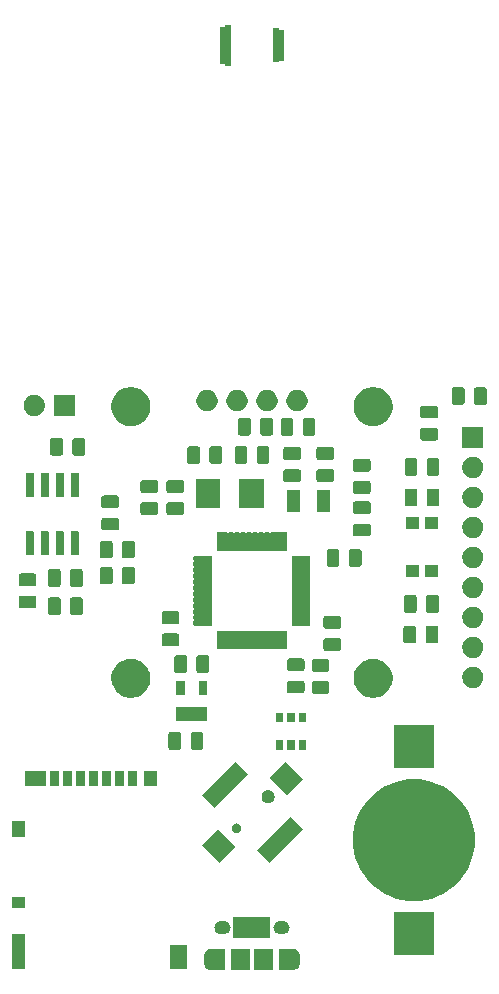
<source format=gbr>
G04 #@! TF.GenerationSoftware,KiCad,Pcbnew,(5.1.5-0-10_14)*
G04 #@! TF.CreationDate,2020-01-07T13:17:42-08:00*
G04 #@! TF.ProjectId,PARmeter,5041526d-6574-4657-922e-6b696361645f,rev?*
G04 #@! TF.SameCoordinates,Original*
G04 #@! TF.FileFunction,Soldermask,Top*
G04 #@! TF.FilePolarity,Negative*
%FSLAX46Y46*%
G04 Gerber Fmt 4.6, Leading zero omitted, Abs format (unit mm)*
G04 Created by KiCad (PCBNEW (5.1.5-0-10_14)) date 2020-01-07 13:17:42*
%MOMM*%
%LPD*%
G04 APERTURE LIST*
%ADD10C,0.100000*%
G04 APERTURE END LIST*
D10*
G36*
X103520961Y-176523399D02*
G01*
X103533201Y-176524000D01*
X103604230Y-176524000D01*
X103606553Y-176525906D01*
X103628164Y-176537457D01*
X103639693Y-176541582D01*
X103711878Y-176563479D01*
X103755907Y-176587013D01*
X103807599Y-176614643D01*
X103807601Y-176614644D01*
X103807600Y-176614644D01*
X103891501Y-176683499D01*
X103960356Y-176767400D01*
X104011521Y-176863121D01*
X104043027Y-176966985D01*
X104051000Y-177047933D01*
X104051000Y-177752067D01*
X104043027Y-177833015D01*
X104011521Y-177936879D01*
X104011519Y-177936882D01*
X103960357Y-178032600D01*
X103891501Y-178116501D01*
X103807600Y-178185357D01*
X103745221Y-178218699D01*
X103711879Y-178236521D01*
X103671518Y-178248764D01*
X103639713Y-178258412D01*
X103617075Y-178267789D01*
X103604786Y-178276000D01*
X103533201Y-178276000D01*
X103520961Y-178276601D01*
X103500000Y-178278666D01*
X103479039Y-178276601D01*
X103466799Y-178276000D01*
X102249000Y-178276000D01*
X102249000Y-176524000D01*
X103466799Y-176524000D01*
X103479039Y-176523399D01*
X103500000Y-176521334D01*
X103520961Y-176523399D01*
G37*
G36*
X96520961Y-176523399D02*
G01*
X96533201Y-176524000D01*
X97751000Y-176524000D01*
X97751000Y-178276000D01*
X96533201Y-178276000D01*
X96520961Y-178276601D01*
X96500000Y-178278666D01*
X96479039Y-178276601D01*
X96466799Y-178276000D01*
X96395770Y-178276000D01*
X96393447Y-178274094D01*
X96371836Y-178262543D01*
X96360307Y-178258418D01*
X96288122Y-178236521D01*
X96260946Y-178221995D01*
X96192401Y-178185357D01*
X96108500Y-178116501D01*
X96039645Y-178032601D01*
X95988480Y-177936879D01*
X95956973Y-177833015D01*
X95949000Y-177752067D01*
X95949000Y-177047934D01*
X95956973Y-176966986D01*
X95988479Y-176863122D01*
X96039644Y-176767400D01*
X96108499Y-176683499D01*
X96192400Y-176614644D01*
X96192399Y-176614644D01*
X96192401Y-176614643D01*
X96236957Y-176590827D01*
X96288121Y-176563479D01*
X96328482Y-176551236D01*
X96360287Y-176541588D01*
X96382925Y-176532211D01*
X96395214Y-176524000D01*
X96466799Y-176524000D01*
X96479039Y-176523399D01*
X96500000Y-176521334D01*
X96520961Y-176523399D01*
G37*
G36*
X101801000Y-178276000D02*
G01*
X100199000Y-178276000D01*
X100199000Y-176524000D01*
X101801000Y-176524000D01*
X101801000Y-178276000D01*
G37*
G36*
X99801000Y-178276000D02*
G01*
X98199000Y-178276000D01*
X98199000Y-176524000D01*
X99801000Y-176524000D01*
X99801000Y-178276000D01*
G37*
G36*
X80826000Y-178176000D02*
G01*
X79724000Y-178176000D01*
X79724000Y-175274000D01*
X80826000Y-175274000D01*
X80826000Y-178176000D01*
G37*
G36*
X94476000Y-178176000D02*
G01*
X93074000Y-178176000D01*
X93074000Y-176174000D01*
X94476000Y-176174000D01*
X94476000Y-178176000D01*
G37*
G36*
X115401000Y-177001000D02*
G01*
X111999000Y-177001000D01*
X111999000Y-173399000D01*
X115401000Y-173399000D01*
X115401000Y-177001000D01*
G37*
G36*
X101526000Y-175576000D02*
G01*
X98424000Y-175576000D01*
X98424000Y-174752260D01*
X98421598Y-174727874D01*
X98414485Y-174704425D01*
X98412053Y-174699874D01*
X98418618Y-174684025D01*
X98423398Y-174659992D01*
X98424000Y-174647740D01*
X98424000Y-173824000D01*
X101526000Y-173824000D01*
X101526000Y-175576000D01*
G37*
G36*
X102753114Y-174181611D02*
G01*
X102852265Y-174211688D01*
X102943644Y-174260531D01*
X103023738Y-174326262D01*
X103089469Y-174406356D01*
X103138312Y-174497735D01*
X103168389Y-174596886D01*
X103178545Y-174700000D01*
X103168389Y-174803114D01*
X103138312Y-174902265D01*
X103089469Y-174993644D01*
X103023738Y-175073738D01*
X102943644Y-175139469D01*
X102852265Y-175188312D01*
X102753114Y-175218389D01*
X102675839Y-175226000D01*
X102324161Y-175226000D01*
X102246886Y-175218389D01*
X102147735Y-175188312D01*
X102056356Y-175139469D01*
X101976262Y-175073738D01*
X101910531Y-174993644D01*
X101861688Y-174902265D01*
X101831611Y-174803114D01*
X101821455Y-174700000D01*
X101831611Y-174596886D01*
X101861688Y-174497735D01*
X101910531Y-174406356D01*
X101976262Y-174326262D01*
X102056356Y-174260531D01*
X102147735Y-174211688D01*
X102246886Y-174181611D01*
X102324161Y-174174000D01*
X102675839Y-174174000D01*
X102753114Y-174181611D01*
G37*
G36*
X97753114Y-174181611D02*
G01*
X97852265Y-174211688D01*
X97943644Y-174260531D01*
X98023738Y-174326262D01*
X98089469Y-174406356D01*
X98138312Y-174497735D01*
X98168389Y-174596886D01*
X98173398Y-174647740D01*
X98174604Y-174659992D01*
X98179384Y-174684025D01*
X98185949Y-174699874D01*
X98183517Y-174704425D01*
X98176404Y-174727874D01*
X98174605Y-174739998D01*
X98168389Y-174803114D01*
X98138312Y-174902265D01*
X98089469Y-174993644D01*
X98023738Y-175073738D01*
X97943644Y-175139469D01*
X97852265Y-175188312D01*
X97753114Y-175218389D01*
X97675839Y-175226000D01*
X97324161Y-175226000D01*
X97246886Y-175218389D01*
X97147735Y-175188312D01*
X97056356Y-175139469D01*
X96976262Y-175073738D01*
X96910531Y-174993644D01*
X96861688Y-174902265D01*
X96831611Y-174803114D01*
X96821455Y-174700000D01*
X96831611Y-174596886D01*
X96861688Y-174497735D01*
X96910531Y-174406356D01*
X96976262Y-174326262D01*
X97056356Y-174260531D01*
X97147735Y-174211688D01*
X97246886Y-174181611D01*
X97324161Y-174174000D01*
X97675839Y-174174000D01*
X97753114Y-174181611D01*
G37*
G36*
X80826000Y-173026000D02*
G01*
X79724000Y-173026000D01*
X79724000Y-172124000D01*
X80826000Y-172124000D01*
X80826000Y-173026000D01*
G37*
G36*
X115202490Y-162346950D02*
G01*
X115604613Y-162513515D01*
X116139913Y-162735243D01*
X116983571Y-163298957D01*
X117701043Y-164016429D01*
X118264757Y-164860087D01*
X118264757Y-164860088D01*
X118653050Y-165797510D01*
X118851000Y-166792669D01*
X118851000Y-167807331D01*
X118653050Y-168802490D01*
X118425593Y-169351620D01*
X118264757Y-169739913D01*
X117701043Y-170583571D01*
X116983571Y-171301043D01*
X116139913Y-171864757D01*
X115751620Y-172025593D01*
X115202490Y-172253050D01*
X114207331Y-172451000D01*
X113192669Y-172451000D01*
X112197510Y-172253050D01*
X111648380Y-172025593D01*
X111260087Y-171864757D01*
X110416429Y-171301043D01*
X109698957Y-170583571D01*
X109135243Y-169739913D01*
X108974407Y-169351620D01*
X108746950Y-168802490D01*
X108549000Y-167807331D01*
X108549000Y-166792669D01*
X108746950Y-165797510D01*
X109135243Y-164860088D01*
X109135243Y-164860087D01*
X109698957Y-164016429D01*
X110416429Y-163298957D01*
X111260087Y-162735243D01*
X111795387Y-162513515D01*
X112197510Y-162346950D01*
X113192669Y-162149000D01*
X114207331Y-162149000D01*
X115202490Y-162346950D01*
G37*
G36*
X104297087Y-166402602D02*
G01*
X101467246Y-169232443D01*
X100405172Y-168170369D01*
X101255114Y-167320427D01*
X101306734Y-167268808D01*
X101306743Y-167268797D01*
X102333441Y-166242099D01*
X102333452Y-166242090D01*
X102385071Y-166190470D01*
X103235013Y-165340528D01*
X104297087Y-166402602D01*
G37*
G36*
X98569523Y-167887526D02*
G01*
X97224606Y-169232443D01*
X95738267Y-167746104D01*
X97083184Y-166401187D01*
X98569523Y-167887526D01*
G37*
G36*
X80826000Y-167026000D02*
G01*
X79724000Y-167026000D01*
X79724000Y-165724000D01*
X80826000Y-165724000D01*
X80826000Y-167026000D01*
G37*
G36*
X98752405Y-165903241D02*
G01*
X98791141Y-165910946D01*
X98821369Y-165923467D01*
X98864118Y-165941174D01*
X98929796Y-165985059D01*
X98985651Y-166040914D01*
X99029536Y-166106592D01*
X99047243Y-166149341D01*
X99059764Y-166179569D01*
X99075174Y-166257041D01*
X99075174Y-166336031D01*
X99062214Y-166401188D01*
X99059764Y-166413502D01*
X99029536Y-166486480D01*
X98985651Y-166552158D01*
X98929796Y-166608013D01*
X98864118Y-166651898D01*
X98821369Y-166669605D01*
X98791141Y-166682126D01*
X98752405Y-166689831D01*
X98713670Y-166697536D01*
X98634678Y-166697536D01*
X98595943Y-166689831D01*
X98557207Y-166682126D01*
X98526979Y-166669605D01*
X98484230Y-166651898D01*
X98418552Y-166608013D01*
X98362697Y-166552158D01*
X98318812Y-166486480D01*
X98288584Y-166413502D01*
X98286135Y-166401188D01*
X98273174Y-166336031D01*
X98273174Y-166257041D01*
X98288584Y-166179569D01*
X98301105Y-166149341D01*
X98318812Y-166106592D01*
X98362697Y-166040914D01*
X98418552Y-165985059D01*
X98484230Y-165941174D01*
X98526979Y-165923467D01*
X98557207Y-165910946D01*
X98595943Y-165903241D01*
X98634678Y-165895536D01*
X98713670Y-165895536D01*
X98752405Y-165903241D01*
G37*
G36*
X99630182Y-161735697D02*
G01*
X98728621Y-162637259D01*
X97701903Y-163663977D01*
X96800341Y-164565538D01*
X95738267Y-163503464D01*
X96676587Y-162565144D01*
X96676598Y-162565135D01*
X96728218Y-162513516D01*
X96728217Y-162513515D01*
X97578159Y-161663573D01*
X97578160Y-161663574D01*
X97629779Y-161611954D01*
X97629788Y-161611943D01*
X98568108Y-160673623D01*
X99630182Y-161735697D01*
G37*
G36*
X101521901Y-163079704D02*
G01*
X101622175Y-163121239D01*
X101622176Y-163121240D01*
X101712422Y-163181540D01*
X101789170Y-163258288D01*
X101789171Y-163258290D01*
X101849471Y-163348535D01*
X101891006Y-163448809D01*
X101912180Y-163555260D01*
X101912180Y-163663800D01*
X101891006Y-163770251D01*
X101849471Y-163870525D01*
X101849470Y-163870526D01*
X101789170Y-163960772D01*
X101712422Y-164037520D01*
X101666992Y-164067875D01*
X101622175Y-164097821D01*
X101521901Y-164139356D01*
X101415450Y-164160530D01*
X101306910Y-164160530D01*
X101200459Y-164139356D01*
X101100185Y-164097821D01*
X101055368Y-164067875D01*
X101009938Y-164037520D01*
X100933190Y-163960772D01*
X100872890Y-163870526D01*
X100872889Y-163870525D01*
X100831354Y-163770251D01*
X100810180Y-163663800D01*
X100810180Y-163555260D01*
X100831354Y-163448809D01*
X100872889Y-163348535D01*
X100933189Y-163258290D01*
X100933190Y-163258288D01*
X101009938Y-163181540D01*
X101100184Y-163121240D01*
X101100185Y-163121239D01*
X101200459Y-163079704D01*
X101306910Y-163058530D01*
X101415450Y-163058530D01*
X101521901Y-163079704D01*
G37*
G36*
X104297087Y-162159962D02*
G01*
X102952170Y-163504879D01*
X101465831Y-162018540D01*
X102810748Y-160673623D01*
X104297087Y-162159962D01*
G37*
G36*
X91976000Y-162726000D02*
G01*
X90874000Y-162726000D01*
X90874000Y-161424000D01*
X91976000Y-161424000D01*
X91976000Y-162726000D01*
G37*
G36*
X90276000Y-162726000D02*
G01*
X89474000Y-162726000D01*
X89474000Y-161424000D01*
X90276000Y-161424000D01*
X90276000Y-162726000D01*
G37*
G36*
X89176000Y-162726000D02*
G01*
X88374000Y-162726000D01*
X88374000Y-161424000D01*
X89176000Y-161424000D01*
X89176000Y-162726000D01*
G37*
G36*
X88076000Y-162726000D02*
G01*
X87274000Y-162726000D01*
X87274000Y-161424000D01*
X88076000Y-161424000D01*
X88076000Y-162726000D01*
G37*
G36*
X86976000Y-162726000D02*
G01*
X86174000Y-162726000D01*
X86174000Y-161424000D01*
X86976000Y-161424000D01*
X86976000Y-162726000D01*
G37*
G36*
X85876000Y-162726000D02*
G01*
X85074000Y-162726000D01*
X85074000Y-161424000D01*
X85876000Y-161424000D01*
X85876000Y-162726000D01*
G37*
G36*
X84776000Y-162726000D02*
G01*
X83974000Y-162726000D01*
X83974000Y-161424000D01*
X84776000Y-161424000D01*
X84776000Y-162726000D01*
G37*
G36*
X83676000Y-162726000D02*
G01*
X82874000Y-162726000D01*
X82874000Y-161424000D01*
X83676000Y-161424000D01*
X83676000Y-162726000D01*
G37*
G36*
X82576000Y-162726000D02*
G01*
X80824000Y-162726000D01*
X80824000Y-161424000D01*
X82576000Y-161424000D01*
X82576000Y-162726000D01*
G37*
G36*
X115401000Y-161201000D02*
G01*
X111999000Y-161201000D01*
X111999000Y-157599000D01*
X115401000Y-157599000D01*
X115401000Y-161201000D01*
G37*
G36*
X103606000Y-159661000D02*
G01*
X102994000Y-159661000D01*
X102994000Y-158859000D01*
X103606000Y-158859000D01*
X103606000Y-159661000D01*
G37*
G36*
X102656000Y-159661000D02*
G01*
X102044000Y-159661000D01*
X102044000Y-158859000D01*
X102656000Y-158859000D01*
X102656000Y-159661000D01*
G37*
G36*
X104556000Y-159661000D02*
G01*
X103944000Y-159661000D01*
X103944000Y-158859000D01*
X104556000Y-158859000D01*
X104556000Y-159661000D01*
G37*
G36*
X95709468Y-158153565D02*
G01*
X95748138Y-158165296D01*
X95783777Y-158184346D01*
X95815017Y-158209983D01*
X95840654Y-158241223D01*
X95859704Y-158276862D01*
X95871435Y-158315532D01*
X95876000Y-158361888D01*
X95876000Y-159438112D01*
X95871435Y-159484468D01*
X95859704Y-159523138D01*
X95840654Y-159558777D01*
X95815017Y-159590017D01*
X95783777Y-159615654D01*
X95748138Y-159634704D01*
X95709468Y-159646435D01*
X95663112Y-159651000D01*
X95011888Y-159651000D01*
X94965532Y-159646435D01*
X94926862Y-159634704D01*
X94891223Y-159615654D01*
X94859983Y-159590017D01*
X94834346Y-159558777D01*
X94815296Y-159523138D01*
X94803565Y-159484468D01*
X94799000Y-159438112D01*
X94799000Y-158361888D01*
X94803565Y-158315532D01*
X94815296Y-158276862D01*
X94834346Y-158241223D01*
X94859983Y-158209983D01*
X94891223Y-158184346D01*
X94926862Y-158165296D01*
X94965532Y-158153565D01*
X95011888Y-158149000D01*
X95663112Y-158149000D01*
X95709468Y-158153565D01*
G37*
G36*
X93834468Y-158153565D02*
G01*
X93873138Y-158165296D01*
X93908777Y-158184346D01*
X93940017Y-158209983D01*
X93965654Y-158241223D01*
X93984704Y-158276862D01*
X93996435Y-158315532D01*
X94001000Y-158361888D01*
X94001000Y-159438112D01*
X93996435Y-159484468D01*
X93984704Y-159523138D01*
X93965654Y-159558777D01*
X93940017Y-159590017D01*
X93908777Y-159615654D01*
X93873138Y-159634704D01*
X93834468Y-159646435D01*
X93788112Y-159651000D01*
X93136888Y-159651000D01*
X93090532Y-159646435D01*
X93051862Y-159634704D01*
X93016223Y-159615654D01*
X92984983Y-159590017D01*
X92959346Y-159558777D01*
X92940296Y-159523138D01*
X92928565Y-159484468D01*
X92924000Y-159438112D01*
X92924000Y-158361888D01*
X92928565Y-158315532D01*
X92940296Y-158276862D01*
X92959346Y-158241223D01*
X92984983Y-158209983D01*
X93016223Y-158184346D01*
X93051862Y-158165296D01*
X93090532Y-158153565D01*
X93136888Y-158149000D01*
X93788112Y-158149000D01*
X93834468Y-158153565D01*
G37*
G36*
X104556000Y-157341000D02*
G01*
X103944000Y-157341000D01*
X103944000Y-156539000D01*
X104556000Y-156539000D01*
X104556000Y-157341000D01*
G37*
G36*
X103606000Y-157341000D02*
G01*
X102994000Y-157341000D01*
X102994000Y-156539000D01*
X103606000Y-156539000D01*
X103606000Y-157341000D01*
G37*
G36*
X102656000Y-157341000D02*
G01*
X102044000Y-157341000D01*
X102044000Y-156539000D01*
X102656000Y-156539000D01*
X102656000Y-157341000D01*
G37*
G36*
X96226000Y-157181000D02*
G01*
X93574000Y-157181000D01*
X93574000Y-156019000D01*
X96226000Y-156019000D01*
X96226000Y-157181000D01*
G37*
G36*
X110593508Y-151984983D02*
G01*
X110731579Y-152012447D01*
X111032042Y-152136903D01*
X111302451Y-152317585D01*
X111532415Y-152547549D01*
X111693154Y-152788112D01*
X111713098Y-152817960D01*
X111739521Y-152881750D01*
X111837553Y-153118421D01*
X111840792Y-153134704D01*
X111901000Y-153437389D01*
X111901000Y-153762611D01*
X111878075Y-153877861D01*
X111837553Y-154081579D01*
X111713097Y-154382042D01*
X111532415Y-154652451D01*
X111302451Y-154882415D01*
X111032042Y-155063097D01*
X110731579Y-155187553D01*
X110625256Y-155208702D01*
X110412611Y-155251000D01*
X110087389Y-155251000D01*
X109874744Y-155208702D01*
X109768421Y-155187553D01*
X109467958Y-155063097D01*
X109197549Y-154882415D01*
X108967585Y-154652451D01*
X108786903Y-154382042D01*
X108662447Y-154081579D01*
X108621925Y-153877861D01*
X108599000Y-153762611D01*
X108599000Y-153437389D01*
X108659208Y-153134704D01*
X108662447Y-153118421D01*
X108760479Y-152881750D01*
X108786902Y-152817960D01*
X108806846Y-152788112D01*
X108967585Y-152547549D01*
X109197549Y-152317585D01*
X109467958Y-152136903D01*
X109768421Y-152012447D01*
X109906492Y-151984983D01*
X110087389Y-151949000D01*
X110412611Y-151949000D01*
X110593508Y-151984983D01*
G37*
G36*
X90093508Y-151984983D02*
G01*
X90231579Y-152012447D01*
X90532042Y-152136903D01*
X90802451Y-152317585D01*
X91032415Y-152547549D01*
X91193154Y-152788112D01*
X91213098Y-152817960D01*
X91239521Y-152881750D01*
X91337553Y-153118421D01*
X91340792Y-153134704D01*
X91401000Y-153437389D01*
X91401000Y-153762611D01*
X91378075Y-153877861D01*
X91337553Y-154081579D01*
X91213097Y-154382042D01*
X91032415Y-154652451D01*
X90802451Y-154882415D01*
X90532042Y-155063097D01*
X90231579Y-155187553D01*
X90125256Y-155208702D01*
X89912611Y-155251000D01*
X89587389Y-155251000D01*
X89374744Y-155208702D01*
X89268421Y-155187553D01*
X88967958Y-155063097D01*
X88697549Y-154882415D01*
X88467585Y-154652451D01*
X88286903Y-154382042D01*
X88162447Y-154081579D01*
X88121925Y-153877861D01*
X88099000Y-153762611D01*
X88099000Y-153437389D01*
X88159208Y-153134704D01*
X88162447Y-153118421D01*
X88260479Y-152881750D01*
X88286902Y-152817960D01*
X88306846Y-152788112D01*
X88467585Y-152547549D01*
X88697549Y-152317585D01*
X88967958Y-152136903D01*
X89268421Y-152012447D01*
X89406492Y-151984983D01*
X89587389Y-151949000D01*
X89912611Y-151949000D01*
X90093508Y-151984983D01*
G37*
G36*
X96226000Y-154981000D02*
G01*
X95474000Y-154981000D01*
X95474000Y-153819000D01*
X96226000Y-153819000D01*
X96226000Y-154981000D01*
G37*
G36*
X94326000Y-154981000D02*
G01*
X93574000Y-154981000D01*
X93574000Y-153819000D01*
X94326000Y-153819000D01*
X94326000Y-154981000D01*
G37*
G36*
X106384468Y-153841065D02*
G01*
X106423138Y-153852796D01*
X106458777Y-153871846D01*
X106490017Y-153897483D01*
X106515654Y-153928723D01*
X106534704Y-153964362D01*
X106546435Y-154003032D01*
X106551000Y-154049388D01*
X106551000Y-154700612D01*
X106546435Y-154746968D01*
X106534704Y-154785638D01*
X106515654Y-154821277D01*
X106490017Y-154852517D01*
X106458777Y-154878154D01*
X106423138Y-154897204D01*
X106384468Y-154908935D01*
X106338112Y-154913500D01*
X105261888Y-154913500D01*
X105215532Y-154908935D01*
X105176862Y-154897204D01*
X105141223Y-154878154D01*
X105109983Y-154852517D01*
X105084346Y-154821277D01*
X105065296Y-154785638D01*
X105053565Y-154746968D01*
X105049000Y-154700612D01*
X105049000Y-154049388D01*
X105053565Y-154003032D01*
X105065296Y-153964362D01*
X105084346Y-153928723D01*
X105109983Y-153897483D01*
X105141223Y-153871846D01*
X105176862Y-153852796D01*
X105215532Y-153841065D01*
X105261888Y-153836500D01*
X106338112Y-153836500D01*
X106384468Y-153841065D01*
G37*
G36*
X104284468Y-153803565D02*
G01*
X104323138Y-153815296D01*
X104358777Y-153834346D01*
X104390017Y-153859983D01*
X104415654Y-153891223D01*
X104434704Y-153926862D01*
X104446435Y-153965532D01*
X104451000Y-154011888D01*
X104451000Y-154663112D01*
X104446435Y-154709468D01*
X104434704Y-154748138D01*
X104415654Y-154783777D01*
X104390017Y-154815017D01*
X104358777Y-154840654D01*
X104323138Y-154859704D01*
X104284468Y-154871435D01*
X104238112Y-154876000D01*
X103161888Y-154876000D01*
X103115532Y-154871435D01*
X103076862Y-154859704D01*
X103041223Y-154840654D01*
X103009983Y-154815017D01*
X102984346Y-154783777D01*
X102965296Y-154748138D01*
X102953565Y-154709468D01*
X102949000Y-154663112D01*
X102949000Y-154011888D01*
X102953565Y-153965532D01*
X102965296Y-153926862D01*
X102984346Y-153891223D01*
X103009983Y-153859983D01*
X103041223Y-153834346D01*
X103076862Y-153815296D01*
X103115532Y-153803565D01*
X103161888Y-153799000D01*
X104238112Y-153799000D01*
X104284468Y-153803565D01*
G37*
G36*
X118813512Y-152623927D02*
G01*
X118962812Y-152653624D01*
X119126784Y-152721544D01*
X119274354Y-152820147D01*
X119399853Y-152945646D01*
X119498456Y-153093216D01*
X119566376Y-153257188D01*
X119601000Y-153431259D01*
X119601000Y-153608741D01*
X119566376Y-153782812D01*
X119498456Y-153946784D01*
X119399853Y-154094354D01*
X119274354Y-154219853D01*
X119126784Y-154318456D01*
X118962812Y-154386376D01*
X118813512Y-154416073D01*
X118788742Y-154421000D01*
X118611258Y-154421000D01*
X118586488Y-154416073D01*
X118437188Y-154386376D01*
X118273216Y-154318456D01*
X118125646Y-154219853D01*
X118000147Y-154094354D01*
X117901544Y-153946784D01*
X117833624Y-153782812D01*
X117799000Y-153608741D01*
X117799000Y-153431259D01*
X117833624Y-153257188D01*
X117901544Y-153093216D01*
X118000147Y-152945646D01*
X118125646Y-152820147D01*
X118273216Y-152721544D01*
X118437188Y-152653624D01*
X118586488Y-152623927D01*
X118611258Y-152619000D01*
X118788742Y-152619000D01*
X118813512Y-152623927D01*
G37*
G36*
X96209468Y-151653565D02*
G01*
X96248138Y-151665296D01*
X96283777Y-151684346D01*
X96315017Y-151709983D01*
X96340654Y-151741223D01*
X96359704Y-151776862D01*
X96371435Y-151815532D01*
X96376000Y-151861888D01*
X96376000Y-152938112D01*
X96371435Y-152984468D01*
X96359704Y-153023138D01*
X96340654Y-153058777D01*
X96315017Y-153090017D01*
X96283777Y-153115654D01*
X96248138Y-153134704D01*
X96209468Y-153146435D01*
X96163112Y-153151000D01*
X95511888Y-153151000D01*
X95465532Y-153146435D01*
X95426862Y-153134704D01*
X95391223Y-153115654D01*
X95359983Y-153090017D01*
X95334346Y-153058777D01*
X95315296Y-153023138D01*
X95303565Y-152984468D01*
X95299000Y-152938112D01*
X95299000Y-151861888D01*
X95303565Y-151815532D01*
X95315296Y-151776862D01*
X95334346Y-151741223D01*
X95359983Y-151709983D01*
X95391223Y-151684346D01*
X95426862Y-151665296D01*
X95465532Y-151653565D01*
X95511888Y-151649000D01*
X96163112Y-151649000D01*
X96209468Y-151653565D01*
G37*
G36*
X94334468Y-151653565D02*
G01*
X94373138Y-151665296D01*
X94408777Y-151684346D01*
X94440017Y-151709983D01*
X94465654Y-151741223D01*
X94484704Y-151776862D01*
X94496435Y-151815532D01*
X94501000Y-151861888D01*
X94501000Y-152938112D01*
X94496435Y-152984468D01*
X94484704Y-153023138D01*
X94465654Y-153058777D01*
X94440017Y-153090017D01*
X94408777Y-153115654D01*
X94373138Y-153134704D01*
X94334468Y-153146435D01*
X94288112Y-153151000D01*
X93636888Y-153151000D01*
X93590532Y-153146435D01*
X93551862Y-153134704D01*
X93516223Y-153115654D01*
X93484983Y-153090017D01*
X93459346Y-153058777D01*
X93440296Y-153023138D01*
X93428565Y-152984468D01*
X93424000Y-152938112D01*
X93424000Y-151861888D01*
X93428565Y-151815532D01*
X93440296Y-151776862D01*
X93459346Y-151741223D01*
X93484983Y-151709983D01*
X93516223Y-151684346D01*
X93551862Y-151665296D01*
X93590532Y-151653565D01*
X93636888Y-151649000D01*
X94288112Y-151649000D01*
X94334468Y-151653565D01*
G37*
G36*
X106384468Y-151966065D02*
G01*
X106423138Y-151977796D01*
X106458777Y-151996846D01*
X106490017Y-152022483D01*
X106515654Y-152053723D01*
X106534704Y-152089362D01*
X106546435Y-152128032D01*
X106551000Y-152174388D01*
X106551000Y-152825612D01*
X106546435Y-152871968D01*
X106534704Y-152910638D01*
X106515654Y-152946277D01*
X106490017Y-152977517D01*
X106458777Y-153003154D01*
X106423138Y-153022204D01*
X106384468Y-153033935D01*
X106338112Y-153038500D01*
X105261888Y-153038500D01*
X105215532Y-153033935D01*
X105176862Y-153022204D01*
X105141223Y-153003154D01*
X105109983Y-152977517D01*
X105084346Y-152946277D01*
X105065296Y-152910638D01*
X105053565Y-152871968D01*
X105049000Y-152825612D01*
X105049000Y-152174388D01*
X105053565Y-152128032D01*
X105065296Y-152089362D01*
X105084346Y-152053723D01*
X105109983Y-152022483D01*
X105141223Y-151996846D01*
X105176862Y-151977796D01*
X105215532Y-151966065D01*
X105261888Y-151961500D01*
X106338112Y-151961500D01*
X106384468Y-151966065D01*
G37*
G36*
X104284468Y-151928565D02*
G01*
X104323138Y-151940296D01*
X104358777Y-151959346D01*
X104390017Y-151984983D01*
X104415654Y-152016223D01*
X104434704Y-152051862D01*
X104446435Y-152090532D01*
X104451000Y-152136888D01*
X104451000Y-152788112D01*
X104446435Y-152834468D01*
X104434704Y-152873138D01*
X104415654Y-152908777D01*
X104390017Y-152940017D01*
X104358777Y-152965654D01*
X104323138Y-152984704D01*
X104284468Y-152996435D01*
X104238112Y-153001000D01*
X103161888Y-153001000D01*
X103115532Y-152996435D01*
X103076862Y-152984704D01*
X103041223Y-152965654D01*
X103009983Y-152940017D01*
X102984346Y-152908777D01*
X102965296Y-152873138D01*
X102953565Y-152834468D01*
X102949000Y-152788112D01*
X102949000Y-152136888D01*
X102953565Y-152090532D01*
X102965296Y-152051862D01*
X102984346Y-152016223D01*
X103009983Y-151984983D01*
X103041223Y-151959346D01*
X103076862Y-151940296D01*
X103115532Y-151928565D01*
X103161888Y-151924000D01*
X104238112Y-151924000D01*
X104284468Y-151928565D01*
G37*
G36*
X118813512Y-150083927D02*
G01*
X118962812Y-150113624D01*
X119126784Y-150181544D01*
X119274354Y-150280147D01*
X119399853Y-150405646D01*
X119498456Y-150553216D01*
X119566376Y-150717188D01*
X119601000Y-150891259D01*
X119601000Y-151068741D01*
X119566376Y-151242812D01*
X119498456Y-151406784D01*
X119399853Y-151554354D01*
X119274354Y-151679853D01*
X119126784Y-151778456D01*
X118962812Y-151846376D01*
X118813512Y-151876073D01*
X118788742Y-151881000D01*
X118611258Y-151881000D01*
X118586488Y-151876073D01*
X118437188Y-151846376D01*
X118273216Y-151778456D01*
X118125646Y-151679853D01*
X118000147Y-151554354D01*
X117901544Y-151406784D01*
X117833624Y-151242812D01*
X117799000Y-151068741D01*
X117799000Y-150891259D01*
X117833624Y-150717188D01*
X117901544Y-150553216D01*
X118000147Y-150405646D01*
X118125646Y-150280147D01*
X118273216Y-150181544D01*
X118437188Y-150113624D01*
X118586488Y-150083927D01*
X118611258Y-150079000D01*
X118788742Y-150079000D01*
X118813512Y-150083927D01*
G37*
G36*
X107384468Y-150203565D02*
G01*
X107423138Y-150215296D01*
X107458777Y-150234346D01*
X107490017Y-150259983D01*
X107515654Y-150291223D01*
X107534704Y-150326862D01*
X107546435Y-150365532D01*
X107551000Y-150411888D01*
X107551000Y-151063112D01*
X107546435Y-151109468D01*
X107534704Y-151148138D01*
X107515654Y-151183777D01*
X107490017Y-151215017D01*
X107458777Y-151240654D01*
X107423138Y-151259704D01*
X107384468Y-151271435D01*
X107338112Y-151276000D01*
X106261888Y-151276000D01*
X106215532Y-151271435D01*
X106176862Y-151259704D01*
X106141223Y-151240654D01*
X106109983Y-151215017D01*
X106084346Y-151183777D01*
X106065296Y-151148138D01*
X106053565Y-151109468D01*
X106049000Y-151063112D01*
X106049000Y-150411888D01*
X106053565Y-150365532D01*
X106065296Y-150326862D01*
X106084346Y-150291223D01*
X106109983Y-150259983D01*
X106141223Y-150234346D01*
X106176862Y-150215296D01*
X106215532Y-150203565D01*
X106261888Y-150199000D01*
X107338112Y-150199000D01*
X107384468Y-150203565D01*
G37*
G36*
X97420295Y-149575323D02*
G01*
X97427309Y-149577451D01*
X97441077Y-149584810D01*
X97463716Y-149594187D01*
X97487749Y-149598967D01*
X97512253Y-149598967D01*
X97536286Y-149594186D01*
X97558923Y-149584810D01*
X97572691Y-149577451D01*
X97579705Y-149575323D01*
X97593140Y-149574000D01*
X97906860Y-149574000D01*
X97920295Y-149575323D01*
X97927309Y-149577451D01*
X97941077Y-149584810D01*
X97963716Y-149594187D01*
X97987749Y-149598967D01*
X98012253Y-149598967D01*
X98036286Y-149594186D01*
X98058923Y-149584810D01*
X98072691Y-149577451D01*
X98079705Y-149575323D01*
X98093140Y-149574000D01*
X98406860Y-149574000D01*
X98420295Y-149575323D01*
X98427309Y-149577451D01*
X98441077Y-149584810D01*
X98463716Y-149594187D01*
X98487749Y-149598967D01*
X98512253Y-149598967D01*
X98536286Y-149594186D01*
X98558923Y-149584810D01*
X98572691Y-149577451D01*
X98579705Y-149575323D01*
X98593140Y-149574000D01*
X98906860Y-149574000D01*
X98920295Y-149575323D01*
X98927309Y-149577451D01*
X98941077Y-149584810D01*
X98963716Y-149594187D01*
X98987749Y-149598967D01*
X99012253Y-149598967D01*
X99036286Y-149594186D01*
X99058923Y-149584810D01*
X99072691Y-149577451D01*
X99079705Y-149575323D01*
X99093140Y-149574000D01*
X99406860Y-149574000D01*
X99420295Y-149575323D01*
X99427309Y-149577451D01*
X99441077Y-149584810D01*
X99463716Y-149594187D01*
X99487749Y-149598967D01*
X99512253Y-149598967D01*
X99536286Y-149594186D01*
X99558923Y-149584810D01*
X99572691Y-149577451D01*
X99579705Y-149575323D01*
X99593140Y-149574000D01*
X99906860Y-149574000D01*
X99920295Y-149575323D01*
X99927309Y-149577451D01*
X99941077Y-149584810D01*
X99963716Y-149594187D01*
X99987749Y-149598967D01*
X100012253Y-149598967D01*
X100036286Y-149594186D01*
X100058923Y-149584810D01*
X100072691Y-149577451D01*
X100079705Y-149575323D01*
X100093140Y-149574000D01*
X100406860Y-149574000D01*
X100420295Y-149575323D01*
X100427309Y-149577451D01*
X100441077Y-149584810D01*
X100463716Y-149594187D01*
X100487749Y-149598967D01*
X100512253Y-149598967D01*
X100536286Y-149594186D01*
X100558923Y-149584810D01*
X100572691Y-149577451D01*
X100579705Y-149575323D01*
X100593140Y-149574000D01*
X100906860Y-149574000D01*
X100920295Y-149575323D01*
X100927309Y-149577451D01*
X100941077Y-149584810D01*
X100963716Y-149594187D01*
X100987749Y-149598967D01*
X101012253Y-149598967D01*
X101036286Y-149594186D01*
X101058923Y-149584810D01*
X101072691Y-149577451D01*
X101079705Y-149575323D01*
X101093140Y-149574000D01*
X101406860Y-149574000D01*
X101420295Y-149575323D01*
X101427309Y-149577451D01*
X101441077Y-149584810D01*
X101463716Y-149594187D01*
X101487749Y-149598967D01*
X101512253Y-149598967D01*
X101536286Y-149594186D01*
X101558923Y-149584810D01*
X101572691Y-149577451D01*
X101579705Y-149575323D01*
X101593140Y-149574000D01*
X101906860Y-149574000D01*
X101920295Y-149575323D01*
X101927309Y-149577451D01*
X101941077Y-149584810D01*
X101963716Y-149594187D01*
X101987749Y-149598967D01*
X102012253Y-149598967D01*
X102036286Y-149594186D01*
X102058923Y-149584810D01*
X102072691Y-149577451D01*
X102079705Y-149575323D01*
X102093140Y-149574000D01*
X102406860Y-149574000D01*
X102420295Y-149575323D01*
X102427309Y-149577451D01*
X102441077Y-149584810D01*
X102463716Y-149594187D01*
X102487749Y-149598967D01*
X102512253Y-149598967D01*
X102536286Y-149594186D01*
X102558923Y-149584810D01*
X102572691Y-149577451D01*
X102579705Y-149575323D01*
X102593140Y-149574000D01*
X102906860Y-149574000D01*
X102920295Y-149575323D01*
X102927310Y-149577451D01*
X102933776Y-149580908D01*
X102939442Y-149585558D01*
X102944092Y-149591224D01*
X102947549Y-149597690D01*
X102949677Y-149604705D01*
X102951000Y-149618140D01*
X102951000Y-151106860D01*
X102949677Y-151120295D01*
X102947549Y-151127310D01*
X102944092Y-151133776D01*
X102939442Y-151139442D01*
X102933776Y-151144092D01*
X102927310Y-151147549D01*
X102920295Y-151149677D01*
X102906860Y-151151000D01*
X102593140Y-151151000D01*
X102579705Y-151149677D01*
X102572691Y-151147549D01*
X102558923Y-151140190D01*
X102536284Y-151130813D01*
X102512251Y-151126033D01*
X102487747Y-151126033D01*
X102463714Y-151130814D01*
X102441077Y-151140190D01*
X102427309Y-151147549D01*
X102420295Y-151149677D01*
X102406860Y-151151000D01*
X102093140Y-151151000D01*
X102079705Y-151149677D01*
X102072691Y-151147549D01*
X102058923Y-151140190D01*
X102036284Y-151130813D01*
X102012251Y-151126033D01*
X101987747Y-151126033D01*
X101963714Y-151130814D01*
X101941077Y-151140190D01*
X101927309Y-151147549D01*
X101920295Y-151149677D01*
X101906860Y-151151000D01*
X101593140Y-151151000D01*
X101579705Y-151149677D01*
X101572691Y-151147549D01*
X101558923Y-151140190D01*
X101536284Y-151130813D01*
X101512251Y-151126033D01*
X101487747Y-151126033D01*
X101463714Y-151130814D01*
X101441077Y-151140190D01*
X101427309Y-151147549D01*
X101420295Y-151149677D01*
X101406860Y-151151000D01*
X101093140Y-151151000D01*
X101079705Y-151149677D01*
X101072691Y-151147549D01*
X101058923Y-151140190D01*
X101036284Y-151130813D01*
X101012251Y-151126033D01*
X100987747Y-151126033D01*
X100963714Y-151130814D01*
X100941077Y-151140190D01*
X100927309Y-151147549D01*
X100920295Y-151149677D01*
X100906860Y-151151000D01*
X100593140Y-151151000D01*
X100579705Y-151149677D01*
X100572691Y-151147549D01*
X100558923Y-151140190D01*
X100536284Y-151130813D01*
X100512251Y-151126033D01*
X100487747Y-151126033D01*
X100463714Y-151130814D01*
X100441077Y-151140190D01*
X100427309Y-151147549D01*
X100420295Y-151149677D01*
X100406860Y-151151000D01*
X100093140Y-151151000D01*
X100079705Y-151149677D01*
X100072691Y-151147549D01*
X100058923Y-151140190D01*
X100036284Y-151130813D01*
X100012251Y-151126033D01*
X99987747Y-151126033D01*
X99963714Y-151130814D01*
X99941077Y-151140190D01*
X99927309Y-151147549D01*
X99920295Y-151149677D01*
X99906860Y-151151000D01*
X99593140Y-151151000D01*
X99579705Y-151149677D01*
X99572691Y-151147549D01*
X99558923Y-151140190D01*
X99536284Y-151130813D01*
X99512251Y-151126033D01*
X99487747Y-151126033D01*
X99463714Y-151130814D01*
X99441077Y-151140190D01*
X99427309Y-151147549D01*
X99420295Y-151149677D01*
X99406860Y-151151000D01*
X99093140Y-151151000D01*
X99079705Y-151149677D01*
X99072691Y-151147549D01*
X99058923Y-151140190D01*
X99036284Y-151130813D01*
X99012251Y-151126033D01*
X98987747Y-151126033D01*
X98963714Y-151130814D01*
X98941077Y-151140190D01*
X98927309Y-151147549D01*
X98920295Y-151149677D01*
X98906860Y-151151000D01*
X98593140Y-151151000D01*
X98579705Y-151149677D01*
X98572691Y-151147549D01*
X98558923Y-151140190D01*
X98536284Y-151130813D01*
X98512251Y-151126033D01*
X98487747Y-151126033D01*
X98463714Y-151130814D01*
X98441077Y-151140190D01*
X98427309Y-151147549D01*
X98420295Y-151149677D01*
X98406860Y-151151000D01*
X98093140Y-151151000D01*
X98079705Y-151149677D01*
X98072691Y-151147549D01*
X98058923Y-151140190D01*
X98036284Y-151130813D01*
X98012251Y-151126033D01*
X97987747Y-151126033D01*
X97963714Y-151130814D01*
X97941077Y-151140190D01*
X97927309Y-151147549D01*
X97920295Y-151149677D01*
X97906860Y-151151000D01*
X97593140Y-151151000D01*
X97579705Y-151149677D01*
X97572691Y-151147549D01*
X97558923Y-151140190D01*
X97536284Y-151130813D01*
X97512251Y-151126033D01*
X97487747Y-151126033D01*
X97463714Y-151130814D01*
X97441077Y-151140190D01*
X97427309Y-151147549D01*
X97420295Y-151149677D01*
X97406860Y-151151000D01*
X97093140Y-151151000D01*
X97079705Y-151149677D01*
X97072690Y-151147549D01*
X97066224Y-151144092D01*
X97060558Y-151139442D01*
X97055908Y-151133776D01*
X97052451Y-151127310D01*
X97050323Y-151120295D01*
X97049000Y-151106860D01*
X97049000Y-149618140D01*
X97050323Y-149604705D01*
X97052451Y-149597690D01*
X97055908Y-149591224D01*
X97060558Y-149585558D01*
X97066224Y-149580908D01*
X97072690Y-149577451D01*
X97079705Y-149575323D01*
X97093140Y-149574000D01*
X97406860Y-149574000D01*
X97420295Y-149575323D01*
G37*
G36*
X93684468Y-149803565D02*
G01*
X93723138Y-149815296D01*
X93758777Y-149834346D01*
X93790017Y-149859983D01*
X93815654Y-149891223D01*
X93834704Y-149926862D01*
X93846435Y-149965532D01*
X93851000Y-150011888D01*
X93851000Y-150663112D01*
X93846435Y-150709468D01*
X93834704Y-150748138D01*
X93815654Y-150783777D01*
X93790017Y-150815017D01*
X93758777Y-150840654D01*
X93723138Y-150859704D01*
X93684468Y-150871435D01*
X93638112Y-150876000D01*
X92561888Y-150876000D01*
X92515532Y-150871435D01*
X92476862Y-150859704D01*
X92441223Y-150840654D01*
X92409983Y-150815017D01*
X92384346Y-150783777D01*
X92365296Y-150748138D01*
X92353565Y-150709468D01*
X92349000Y-150663112D01*
X92349000Y-150011888D01*
X92353565Y-149965532D01*
X92365296Y-149926862D01*
X92384346Y-149891223D01*
X92409983Y-149859983D01*
X92441223Y-149834346D01*
X92476862Y-149815296D01*
X92515532Y-149803565D01*
X92561888Y-149799000D01*
X93638112Y-149799000D01*
X93684468Y-149803565D01*
G37*
G36*
X113734468Y-149153565D02*
G01*
X113773138Y-149165296D01*
X113808777Y-149184346D01*
X113840017Y-149209983D01*
X113865654Y-149241223D01*
X113884704Y-149276862D01*
X113896435Y-149315532D01*
X113901000Y-149361888D01*
X113901000Y-150438112D01*
X113896435Y-150484468D01*
X113884704Y-150523138D01*
X113865654Y-150558777D01*
X113840017Y-150590017D01*
X113808777Y-150615654D01*
X113773138Y-150634704D01*
X113734468Y-150646435D01*
X113688112Y-150651000D01*
X113036888Y-150651000D01*
X112990532Y-150646435D01*
X112951862Y-150634704D01*
X112916223Y-150615654D01*
X112884983Y-150590017D01*
X112859346Y-150558777D01*
X112840296Y-150523138D01*
X112828565Y-150484468D01*
X112824000Y-150438112D01*
X112824000Y-149361888D01*
X112828565Y-149315532D01*
X112840296Y-149276862D01*
X112859346Y-149241223D01*
X112884983Y-149209983D01*
X112916223Y-149184346D01*
X112951862Y-149165296D01*
X112990532Y-149153565D01*
X113036888Y-149149000D01*
X113688112Y-149149000D01*
X113734468Y-149153565D01*
G37*
G36*
X115609468Y-149153565D02*
G01*
X115648138Y-149165296D01*
X115683777Y-149184346D01*
X115715017Y-149209983D01*
X115740654Y-149241223D01*
X115759704Y-149276862D01*
X115771435Y-149315532D01*
X115776000Y-149361888D01*
X115776000Y-150438112D01*
X115771435Y-150484468D01*
X115759704Y-150523138D01*
X115740654Y-150558777D01*
X115715017Y-150590017D01*
X115683777Y-150615654D01*
X115648138Y-150634704D01*
X115609468Y-150646435D01*
X115563112Y-150651000D01*
X114911888Y-150651000D01*
X114865532Y-150646435D01*
X114826862Y-150634704D01*
X114791223Y-150615654D01*
X114759983Y-150590017D01*
X114734346Y-150558777D01*
X114715296Y-150523138D01*
X114703565Y-150484468D01*
X114699000Y-150438112D01*
X114699000Y-149361888D01*
X114703565Y-149315532D01*
X114715296Y-149276862D01*
X114734346Y-149241223D01*
X114759983Y-149209983D01*
X114791223Y-149184346D01*
X114826862Y-149165296D01*
X114865532Y-149153565D01*
X114911888Y-149149000D01*
X115563112Y-149149000D01*
X115609468Y-149153565D01*
G37*
G36*
X107384468Y-148328565D02*
G01*
X107423138Y-148340296D01*
X107458777Y-148359346D01*
X107490017Y-148384983D01*
X107515654Y-148416223D01*
X107534704Y-148451862D01*
X107546435Y-148490532D01*
X107551000Y-148536888D01*
X107551000Y-149188112D01*
X107546435Y-149234468D01*
X107534704Y-149273138D01*
X107515654Y-149308777D01*
X107490017Y-149340017D01*
X107458777Y-149365654D01*
X107423138Y-149384704D01*
X107384468Y-149396435D01*
X107338112Y-149401000D01*
X106261888Y-149401000D01*
X106215532Y-149396435D01*
X106176862Y-149384704D01*
X106141223Y-149365654D01*
X106109983Y-149340017D01*
X106084346Y-149308777D01*
X106065296Y-149273138D01*
X106053565Y-149234468D01*
X106049000Y-149188112D01*
X106049000Y-148536888D01*
X106053565Y-148490532D01*
X106065296Y-148451862D01*
X106084346Y-148416223D01*
X106109983Y-148384983D01*
X106141223Y-148359346D01*
X106176862Y-148340296D01*
X106215532Y-148328565D01*
X106261888Y-148324000D01*
X107338112Y-148324000D01*
X107384468Y-148328565D01*
G37*
G36*
X118813512Y-147543927D02*
G01*
X118962812Y-147573624D01*
X119126784Y-147641544D01*
X119274354Y-147740147D01*
X119399853Y-147865646D01*
X119498456Y-148013216D01*
X119566376Y-148177188D01*
X119601000Y-148351259D01*
X119601000Y-148528741D01*
X119566376Y-148702812D01*
X119498456Y-148866784D01*
X119399853Y-149014354D01*
X119274354Y-149139853D01*
X119126784Y-149238456D01*
X118962812Y-149306376D01*
X118813512Y-149336073D01*
X118788742Y-149341000D01*
X118611258Y-149341000D01*
X118586488Y-149336073D01*
X118437188Y-149306376D01*
X118273216Y-149238456D01*
X118125646Y-149139853D01*
X118000147Y-149014354D01*
X117901544Y-148866784D01*
X117833624Y-148702812D01*
X117799000Y-148528741D01*
X117799000Y-148351259D01*
X117833624Y-148177188D01*
X117901544Y-148013216D01*
X118000147Y-147865646D01*
X118125646Y-147740147D01*
X118273216Y-147641544D01*
X118437188Y-147573624D01*
X118586488Y-147543927D01*
X118611258Y-147539000D01*
X118788742Y-147539000D01*
X118813512Y-147543927D01*
G37*
G36*
X96595295Y-143250323D02*
G01*
X96602310Y-143252451D01*
X96608776Y-143255908D01*
X96614442Y-143260558D01*
X96619092Y-143266224D01*
X96622549Y-143272690D01*
X96624677Y-143279705D01*
X96626000Y-143293140D01*
X96626000Y-143606860D01*
X96624677Y-143620295D01*
X96622549Y-143627309D01*
X96615190Y-143641077D01*
X96605813Y-143663716D01*
X96601033Y-143687749D01*
X96601033Y-143712253D01*
X96605814Y-143736286D01*
X96615190Y-143758923D01*
X96622549Y-143772691D01*
X96624677Y-143779705D01*
X96626000Y-143793140D01*
X96626000Y-144106860D01*
X96624677Y-144120295D01*
X96622549Y-144127309D01*
X96615190Y-144141077D01*
X96605813Y-144163716D01*
X96601033Y-144187749D01*
X96601033Y-144212253D01*
X96605814Y-144236286D01*
X96615190Y-144258923D01*
X96622549Y-144272691D01*
X96624677Y-144279705D01*
X96626000Y-144293140D01*
X96626000Y-144606860D01*
X96624677Y-144620295D01*
X96622549Y-144627309D01*
X96615190Y-144641077D01*
X96605813Y-144663716D01*
X96601033Y-144687749D01*
X96601033Y-144712253D01*
X96605814Y-144736286D01*
X96615190Y-144758923D01*
X96622549Y-144772691D01*
X96624677Y-144779705D01*
X96626000Y-144793140D01*
X96626000Y-145106860D01*
X96624677Y-145120295D01*
X96622549Y-145127309D01*
X96615190Y-145141077D01*
X96605813Y-145163716D01*
X96601033Y-145187749D01*
X96601033Y-145212253D01*
X96605814Y-145236286D01*
X96615190Y-145258923D01*
X96622549Y-145272691D01*
X96624677Y-145279705D01*
X96626000Y-145293140D01*
X96626000Y-145606860D01*
X96624677Y-145620295D01*
X96622549Y-145627309D01*
X96615190Y-145641077D01*
X96605813Y-145663716D01*
X96601033Y-145687749D01*
X96601033Y-145712253D01*
X96605814Y-145736286D01*
X96615190Y-145758923D01*
X96622549Y-145772691D01*
X96624677Y-145779705D01*
X96626000Y-145793140D01*
X96626000Y-146106860D01*
X96624677Y-146120295D01*
X96622549Y-146127309D01*
X96615190Y-146141077D01*
X96605813Y-146163716D01*
X96601033Y-146187749D01*
X96601033Y-146212253D01*
X96605814Y-146236286D01*
X96615190Y-146258923D01*
X96622549Y-146272691D01*
X96624677Y-146279705D01*
X96626000Y-146293140D01*
X96626000Y-146606860D01*
X96624677Y-146620295D01*
X96622549Y-146627309D01*
X96615190Y-146641077D01*
X96605813Y-146663716D01*
X96601033Y-146687749D01*
X96601033Y-146712253D01*
X96605814Y-146736286D01*
X96615190Y-146758923D01*
X96622549Y-146772691D01*
X96624677Y-146779705D01*
X96626000Y-146793140D01*
X96626000Y-147106860D01*
X96624677Y-147120295D01*
X96622549Y-147127309D01*
X96615190Y-147141077D01*
X96605813Y-147163716D01*
X96601033Y-147187749D01*
X96601033Y-147212253D01*
X96605814Y-147236286D01*
X96615190Y-147258923D01*
X96622549Y-147272691D01*
X96624677Y-147279705D01*
X96626000Y-147293140D01*
X96626000Y-147606860D01*
X96624677Y-147620295D01*
X96622549Y-147627309D01*
X96615190Y-147641077D01*
X96605813Y-147663716D01*
X96601033Y-147687749D01*
X96601033Y-147712253D01*
X96605814Y-147736286D01*
X96615190Y-147758923D01*
X96622549Y-147772691D01*
X96624677Y-147779705D01*
X96626000Y-147793140D01*
X96626000Y-148106860D01*
X96624677Y-148120295D01*
X96622549Y-148127309D01*
X96615190Y-148141077D01*
X96605813Y-148163716D01*
X96601033Y-148187749D01*
X96601033Y-148212253D01*
X96605814Y-148236286D01*
X96615190Y-148258923D01*
X96622549Y-148272691D01*
X96624677Y-148279705D01*
X96626000Y-148293140D01*
X96626000Y-148606860D01*
X96624677Y-148620295D01*
X96622549Y-148627309D01*
X96615190Y-148641077D01*
X96605813Y-148663716D01*
X96601033Y-148687749D01*
X96601033Y-148712253D01*
X96605814Y-148736286D01*
X96615190Y-148758923D01*
X96622549Y-148772691D01*
X96624677Y-148779705D01*
X96626000Y-148793140D01*
X96626000Y-149106860D01*
X96624677Y-149120295D01*
X96622549Y-149127310D01*
X96619092Y-149133776D01*
X96614442Y-149139442D01*
X96608776Y-149144092D01*
X96602310Y-149147549D01*
X96595295Y-149149677D01*
X96581860Y-149151000D01*
X95093140Y-149151000D01*
X95079705Y-149149677D01*
X95072690Y-149147549D01*
X95066224Y-149144092D01*
X95060558Y-149139442D01*
X95055908Y-149133776D01*
X95052451Y-149127310D01*
X95050323Y-149120295D01*
X95049000Y-149106860D01*
X95049000Y-148793140D01*
X95050323Y-148779705D01*
X95052451Y-148772691D01*
X95059810Y-148758923D01*
X95069187Y-148736284D01*
X95073967Y-148712251D01*
X95073967Y-148687747D01*
X95069186Y-148663714D01*
X95059810Y-148641077D01*
X95052451Y-148627309D01*
X95050323Y-148620295D01*
X95049000Y-148606860D01*
X95049000Y-148293140D01*
X95050323Y-148279705D01*
X95052451Y-148272691D01*
X95059810Y-148258923D01*
X95069187Y-148236284D01*
X95073967Y-148212251D01*
X95073967Y-148187747D01*
X95069186Y-148163714D01*
X95059810Y-148141077D01*
X95052451Y-148127309D01*
X95050323Y-148120295D01*
X95049000Y-148106860D01*
X95049000Y-147793140D01*
X95050323Y-147779705D01*
X95052451Y-147772691D01*
X95059810Y-147758923D01*
X95069187Y-147736284D01*
X95073967Y-147712251D01*
X95073967Y-147687747D01*
X95069186Y-147663714D01*
X95059810Y-147641077D01*
X95052451Y-147627309D01*
X95050323Y-147620295D01*
X95049000Y-147606860D01*
X95049000Y-147293140D01*
X95050323Y-147279705D01*
X95052451Y-147272691D01*
X95059810Y-147258923D01*
X95069187Y-147236284D01*
X95073967Y-147212251D01*
X95073967Y-147187747D01*
X95069186Y-147163714D01*
X95059810Y-147141077D01*
X95052451Y-147127309D01*
X95050323Y-147120295D01*
X95049000Y-147106860D01*
X95049000Y-146793140D01*
X95050323Y-146779705D01*
X95052451Y-146772691D01*
X95059810Y-146758923D01*
X95069187Y-146736284D01*
X95073967Y-146712251D01*
X95073967Y-146687747D01*
X95069186Y-146663714D01*
X95059810Y-146641077D01*
X95052451Y-146627309D01*
X95050323Y-146620295D01*
X95049000Y-146606860D01*
X95049000Y-146293140D01*
X95050323Y-146279705D01*
X95052451Y-146272691D01*
X95059810Y-146258923D01*
X95069187Y-146236284D01*
X95073967Y-146212251D01*
X95073967Y-146187747D01*
X95069186Y-146163714D01*
X95059810Y-146141077D01*
X95052451Y-146127309D01*
X95050323Y-146120295D01*
X95049000Y-146106860D01*
X95049000Y-145793140D01*
X95050323Y-145779705D01*
X95052451Y-145772691D01*
X95059810Y-145758923D01*
X95069187Y-145736284D01*
X95073967Y-145712251D01*
X95073967Y-145687747D01*
X95069186Y-145663714D01*
X95059810Y-145641077D01*
X95052451Y-145627309D01*
X95050323Y-145620295D01*
X95049000Y-145606860D01*
X95049000Y-145293140D01*
X95050323Y-145279705D01*
X95052451Y-145272691D01*
X95059810Y-145258923D01*
X95069187Y-145236284D01*
X95073967Y-145212251D01*
X95073967Y-145187747D01*
X95069186Y-145163714D01*
X95059810Y-145141077D01*
X95052451Y-145127309D01*
X95050323Y-145120295D01*
X95049000Y-145106860D01*
X95049000Y-144793140D01*
X95050323Y-144779705D01*
X95052451Y-144772691D01*
X95059810Y-144758923D01*
X95069187Y-144736284D01*
X95073967Y-144712251D01*
X95073967Y-144687747D01*
X95069186Y-144663714D01*
X95059810Y-144641077D01*
X95052451Y-144627309D01*
X95050323Y-144620295D01*
X95049000Y-144606860D01*
X95049000Y-144293140D01*
X95050323Y-144279705D01*
X95052451Y-144272691D01*
X95059810Y-144258923D01*
X95069187Y-144236284D01*
X95073967Y-144212251D01*
X95073967Y-144187747D01*
X95069186Y-144163714D01*
X95059810Y-144141077D01*
X95052451Y-144127309D01*
X95050323Y-144120295D01*
X95049000Y-144106860D01*
X95049000Y-143793140D01*
X95050323Y-143779705D01*
X95052451Y-143772691D01*
X95059810Y-143758923D01*
X95069187Y-143736284D01*
X95073967Y-143712251D01*
X95073967Y-143687747D01*
X95069186Y-143663714D01*
X95059810Y-143641077D01*
X95052451Y-143627309D01*
X95050323Y-143620295D01*
X95049000Y-143606860D01*
X95049000Y-143293140D01*
X95050323Y-143279705D01*
X95052451Y-143272690D01*
X95055908Y-143266224D01*
X95060558Y-143260558D01*
X95066224Y-143255908D01*
X95072690Y-143252451D01*
X95079705Y-143250323D01*
X95093140Y-143249000D01*
X96581860Y-143249000D01*
X96595295Y-143250323D01*
G37*
G36*
X104920295Y-143250323D02*
G01*
X104927310Y-143252451D01*
X104933776Y-143255908D01*
X104939442Y-143260558D01*
X104944092Y-143266224D01*
X104947549Y-143272690D01*
X104949677Y-143279705D01*
X104951000Y-143293140D01*
X104951000Y-143606860D01*
X104949677Y-143620295D01*
X104947549Y-143627309D01*
X104940190Y-143641077D01*
X104930813Y-143663716D01*
X104926033Y-143687749D01*
X104926033Y-143712253D01*
X104930814Y-143736286D01*
X104940190Y-143758923D01*
X104947549Y-143772691D01*
X104949677Y-143779705D01*
X104951000Y-143793140D01*
X104951000Y-144106860D01*
X104949677Y-144120295D01*
X104947549Y-144127309D01*
X104940190Y-144141077D01*
X104930813Y-144163716D01*
X104926033Y-144187749D01*
X104926033Y-144212253D01*
X104930814Y-144236286D01*
X104940190Y-144258923D01*
X104947549Y-144272691D01*
X104949677Y-144279705D01*
X104951000Y-144293140D01*
X104951000Y-144606860D01*
X104949677Y-144620295D01*
X104947549Y-144627309D01*
X104940190Y-144641077D01*
X104930813Y-144663716D01*
X104926033Y-144687749D01*
X104926033Y-144712253D01*
X104930814Y-144736286D01*
X104940190Y-144758923D01*
X104947549Y-144772691D01*
X104949677Y-144779705D01*
X104951000Y-144793140D01*
X104951000Y-145106860D01*
X104949677Y-145120295D01*
X104947549Y-145127309D01*
X104940190Y-145141077D01*
X104930813Y-145163716D01*
X104926033Y-145187749D01*
X104926033Y-145212253D01*
X104930814Y-145236286D01*
X104940190Y-145258923D01*
X104947549Y-145272691D01*
X104949677Y-145279705D01*
X104951000Y-145293140D01*
X104951000Y-145606860D01*
X104949677Y-145620295D01*
X104947549Y-145627309D01*
X104940190Y-145641077D01*
X104930813Y-145663716D01*
X104926033Y-145687749D01*
X104926033Y-145712253D01*
X104930814Y-145736286D01*
X104940190Y-145758923D01*
X104947549Y-145772691D01*
X104949677Y-145779705D01*
X104951000Y-145793140D01*
X104951000Y-146106860D01*
X104949677Y-146120295D01*
X104947549Y-146127309D01*
X104940190Y-146141077D01*
X104930813Y-146163716D01*
X104926033Y-146187749D01*
X104926033Y-146212253D01*
X104930814Y-146236286D01*
X104940190Y-146258923D01*
X104947549Y-146272691D01*
X104949677Y-146279705D01*
X104951000Y-146293140D01*
X104951000Y-146606860D01*
X104949677Y-146620295D01*
X104947549Y-146627309D01*
X104940190Y-146641077D01*
X104930813Y-146663716D01*
X104926033Y-146687749D01*
X104926033Y-146712253D01*
X104930814Y-146736286D01*
X104940190Y-146758923D01*
X104947549Y-146772691D01*
X104949677Y-146779705D01*
X104951000Y-146793140D01*
X104951000Y-147106860D01*
X104949677Y-147120295D01*
X104947549Y-147127309D01*
X104940190Y-147141077D01*
X104930813Y-147163716D01*
X104926033Y-147187749D01*
X104926033Y-147212253D01*
X104930814Y-147236286D01*
X104940190Y-147258923D01*
X104947549Y-147272691D01*
X104949677Y-147279705D01*
X104951000Y-147293140D01*
X104951000Y-147606860D01*
X104949677Y-147620295D01*
X104947549Y-147627309D01*
X104940190Y-147641077D01*
X104930813Y-147663716D01*
X104926033Y-147687749D01*
X104926033Y-147712253D01*
X104930814Y-147736286D01*
X104940190Y-147758923D01*
X104947549Y-147772691D01*
X104949677Y-147779705D01*
X104951000Y-147793140D01*
X104951000Y-148106860D01*
X104949677Y-148120295D01*
X104947549Y-148127309D01*
X104940190Y-148141077D01*
X104930813Y-148163716D01*
X104926033Y-148187749D01*
X104926033Y-148212253D01*
X104930814Y-148236286D01*
X104940190Y-148258923D01*
X104947549Y-148272691D01*
X104949677Y-148279705D01*
X104951000Y-148293140D01*
X104951000Y-148606860D01*
X104949677Y-148620295D01*
X104947549Y-148627309D01*
X104940190Y-148641077D01*
X104930813Y-148663716D01*
X104926033Y-148687749D01*
X104926033Y-148712253D01*
X104930814Y-148736286D01*
X104940190Y-148758923D01*
X104947549Y-148772691D01*
X104949677Y-148779705D01*
X104951000Y-148793140D01*
X104951000Y-149106860D01*
X104949677Y-149120295D01*
X104947549Y-149127310D01*
X104944092Y-149133776D01*
X104939442Y-149139442D01*
X104933776Y-149144092D01*
X104927310Y-149147549D01*
X104920295Y-149149677D01*
X104906860Y-149151000D01*
X103418140Y-149151000D01*
X103404705Y-149149677D01*
X103397690Y-149147549D01*
X103391224Y-149144092D01*
X103385558Y-149139442D01*
X103380908Y-149133776D01*
X103377451Y-149127310D01*
X103375323Y-149120295D01*
X103374000Y-149106860D01*
X103374000Y-148793140D01*
X103375323Y-148779705D01*
X103377451Y-148772691D01*
X103384810Y-148758923D01*
X103394187Y-148736284D01*
X103398967Y-148712251D01*
X103398967Y-148687747D01*
X103394186Y-148663714D01*
X103384810Y-148641077D01*
X103377451Y-148627309D01*
X103375323Y-148620295D01*
X103374000Y-148606860D01*
X103374000Y-148293140D01*
X103375323Y-148279705D01*
X103377451Y-148272691D01*
X103384810Y-148258923D01*
X103394187Y-148236284D01*
X103398967Y-148212251D01*
X103398967Y-148187747D01*
X103394186Y-148163714D01*
X103384810Y-148141077D01*
X103377451Y-148127309D01*
X103375323Y-148120295D01*
X103374000Y-148106860D01*
X103374000Y-147793140D01*
X103375323Y-147779705D01*
X103377451Y-147772691D01*
X103384810Y-147758923D01*
X103394187Y-147736284D01*
X103398967Y-147712251D01*
X103398967Y-147687747D01*
X103394186Y-147663714D01*
X103384810Y-147641077D01*
X103377451Y-147627309D01*
X103375323Y-147620295D01*
X103374000Y-147606860D01*
X103374000Y-147293140D01*
X103375323Y-147279705D01*
X103377451Y-147272691D01*
X103384810Y-147258923D01*
X103394187Y-147236284D01*
X103398967Y-147212251D01*
X103398967Y-147187747D01*
X103394186Y-147163714D01*
X103384810Y-147141077D01*
X103377451Y-147127309D01*
X103375323Y-147120295D01*
X103374000Y-147106860D01*
X103374000Y-146793140D01*
X103375323Y-146779705D01*
X103377451Y-146772691D01*
X103384810Y-146758923D01*
X103394187Y-146736284D01*
X103398967Y-146712251D01*
X103398967Y-146687747D01*
X103394186Y-146663714D01*
X103384810Y-146641077D01*
X103377451Y-146627309D01*
X103375323Y-146620295D01*
X103374000Y-146606860D01*
X103374000Y-146293140D01*
X103375323Y-146279705D01*
X103377451Y-146272691D01*
X103384810Y-146258923D01*
X103394187Y-146236284D01*
X103398967Y-146212251D01*
X103398967Y-146187747D01*
X103394186Y-146163714D01*
X103384810Y-146141077D01*
X103377451Y-146127309D01*
X103375323Y-146120295D01*
X103374000Y-146106860D01*
X103374000Y-145793140D01*
X103375323Y-145779705D01*
X103377451Y-145772691D01*
X103384810Y-145758923D01*
X103394187Y-145736284D01*
X103398967Y-145712251D01*
X103398967Y-145687747D01*
X103394186Y-145663714D01*
X103384810Y-145641077D01*
X103377451Y-145627309D01*
X103375323Y-145620295D01*
X103374000Y-145606860D01*
X103374000Y-145293140D01*
X103375323Y-145279705D01*
X103377451Y-145272691D01*
X103384810Y-145258923D01*
X103394187Y-145236284D01*
X103398967Y-145212251D01*
X103398967Y-145187747D01*
X103394186Y-145163714D01*
X103384810Y-145141077D01*
X103377451Y-145127309D01*
X103375323Y-145120295D01*
X103374000Y-145106860D01*
X103374000Y-144793140D01*
X103375323Y-144779705D01*
X103377451Y-144772691D01*
X103384810Y-144758923D01*
X103394187Y-144736284D01*
X103398967Y-144712251D01*
X103398967Y-144687747D01*
X103394186Y-144663714D01*
X103384810Y-144641077D01*
X103377451Y-144627309D01*
X103375323Y-144620295D01*
X103374000Y-144606860D01*
X103374000Y-144293140D01*
X103375323Y-144279705D01*
X103377451Y-144272691D01*
X103384810Y-144258923D01*
X103394187Y-144236284D01*
X103398967Y-144212251D01*
X103398967Y-144187747D01*
X103394186Y-144163714D01*
X103384810Y-144141077D01*
X103377451Y-144127309D01*
X103375323Y-144120295D01*
X103374000Y-144106860D01*
X103374000Y-143793140D01*
X103375323Y-143779705D01*
X103377451Y-143772691D01*
X103384810Y-143758923D01*
X103394187Y-143736284D01*
X103398967Y-143712251D01*
X103398967Y-143687747D01*
X103394186Y-143663714D01*
X103384810Y-143641077D01*
X103377451Y-143627309D01*
X103375323Y-143620295D01*
X103374000Y-143606860D01*
X103374000Y-143293140D01*
X103375323Y-143279705D01*
X103377451Y-143272690D01*
X103380908Y-143266224D01*
X103385558Y-143260558D01*
X103391224Y-143255908D01*
X103397690Y-143252451D01*
X103404705Y-143250323D01*
X103418140Y-143249000D01*
X104906860Y-143249000D01*
X104920295Y-143250323D01*
G37*
G36*
X93684468Y-147928565D02*
G01*
X93723138Y-147940296D01*
X93758777Y-147959346D01*
X93790017Y-147984983D01*
X93815654Y-148016223D01*
X93834704Y-148051862D01*
X93846435Y-148090532D01*
X93851000Y-148136888D01*
X93851000Y-148788112D01*
X93846435Y-148834468D01*
X93834704Y-148873138D01*
X93815654Y-148908777D01*
X93790017Y-148940017D01*
X93758777Y-148965654D01*
X93723138Y-148984704D01*
X93684468Y-148996435D01*
X93638112Y-149001000D01*
X92561888Y-149001000D01*
X92515532Y-148996435D01*
X92476862Y-148984704D01*
X92441223Y-148965654D01*
X92409983Y-148940017D01*
X92384346Y-148908777D01*
X92365296Y-148873138D01*
X92353565Y-148834468D01*
X92349000Y-148788112D01*
X92349000Y-148136888D01*
X92353565Y-148090532D01*
X92365296Y-148051862D01*
X92384346Y-148016223D01*
X92409983Y-147984983D01*
X92441223Y-147959346D01*
X92476862Y-147940296D01*
X92515532Y-147928565D01*
X92561888Y-147924000D01*
X93638112Y-147924000D01*
X93684468Y-147928565D01*
G37*
G36*
X85509468Y-146753565D02*
G01*
X85548138Y-146765296D01*
X85583777Y-146784346D01*
X85615017Y-146809983D01*
X85640654Y-146841223D01*
X85659704Y-146876862D01*
X85671435Y-146915532D01*
X85676000Y-146961888D01*
X85676000Y-148038112D01*
X85671435Y-148084468D01*
X85659704Y-148123138D01*
X85640654Y-148158777D01*
X85615017Y-148190017D01*
X85583777Y-148215654D01*
X85548138Y-148234704D01*
X85509468Y-148246435D01*
X85463112Y-148251000D01*
X84811888Y-148251000D01*
X84765532Y-148246435D01*
X84726862Y-148234704D01*
X84691223Y-148215654D01*
X84659983Y-148190017D01*
X84634346Y-148158777D01*
X84615296Y-148123138D01*
X84603565Y-148084468D01*
X84599000Y-148038112D01*
X84599000Y-146961888D01*
X84603565Y-146915532D01*
X84615296Y-146876862D01*
X84634346Y-146841223D01*
X84659983Y-146809983D01*
X84691223Y-146784346D01*
X84726862Y-146765296D01*
X84765532Y-146753565D01*
X84811888Y-146749000D01*
X85463112Y-146749000D01*
X85509468Y-146753565D01*
G37*
G36*
X83634468Y-146753565D02*
G01*
X83673138Y-146765296D01*
X83708777Y-146784346D01*
X83740017Y-146809983D01*
X83765654Y-146841223D01*
X83784704Y-146876862D01*
X83796435Y-146915532D01*
X83801000Y-146961888D01*
X83801000Y-148038112D01*
X83796435Y-148084468D01*
X83784704Y-148123138D01*
X83765654Y-148158777D01*
X83740017Y-148190017D01*
X83708777Y-148215654D01*
X83673138Y-148234704D01*
X83634468Y-148246435D01*
X83588112Y-148251000D01*
X82936888Y-148251000D01*
X82890532Y-148246435D01*
X82851862Y-148234704D01*
X82816223Y-148215654D01*
X82784983Y-148190017D01*
X82759346Y-148158777D01*
X82740296Y-148123138D01*
X82728565Y-148084468D01*
X82724000Y-148038112D01*
X82724000Y-146961888D01*
X82728565Y-146915532D01*
X82740296Y-146876862D01*
X82759346Y-146841223D01*
X82784983Y-146809983D01*
X82816223Y-146784346D01*
X82851862Y-146765296D01*
X82890532Y-146753565D01*
X82936888Y-146749000D01*
X83588112Y-146749000D01*
X83634468Y-146753565D01*
G37*
G36*
X115646968Y-146553565D02*
G01*
X115685638Y-146565296D01*
X115721277Y-146584346D01*
X115752517Y-146609983D01*
X115778154Y-146641223D01*
X115797204Y-146676862D01*
X115808935Y-146715532D01*
X115813500Y-146761888D01*
X115813500Y-147838112D01*
X115808935Y-147884468D01*
X115797204Y-147923138D01*
X115778154Y-147958777D01*
X115752517Y-147990017D01*
X115721277Y-148015654D01*
X115685638Y-148034704D01*
X115646968Y-148046435D01*
X115600612Y-148051000D01*
X114949388Y-148051000D01*
X114903032Y-148046435D01*
X114864362Y-148034704D01*
X114828723Y-148015654D01*
X114797483Y-147990017D01*
X114771846Y-147958777D01*
X114752796Y-147923138D01*
X114741065Y-147884468D01*
X114736500Y-147838112D01*
X114736500Y-146761888D01*
X114741065Y-146715532D01*
X114752796Y-146676862D01*
X114771846Y-146641223D01*
X114797483Y-146609983D01*
X114828723Y-146584346D01*
X114864362Y-146565296D01*
X114903032Y-146553565D01*
X114949388Y-146549000D01*
X115600612Y-146549000D01*
X115646968Y-146553565D01*
G37*
G36*
X113771968Y-146553565D02*
G01*
X113810638Y-146565296D01*
X113846277Y-146584346D01*
X113877517Y-146609983D01*
X113903154Y-146641223D01*
X113922204Y-146676862D01*
X113933935Y-146715532D01*
X113938500Y-146761888D01*
X113938500Y-147838112D01*
X113933935Y-147884468D01*
X113922204Y-147923138D01*
X113903154Y-147958777D01*
X113877517Y-147990017D01*
X113846277Y-148015654D01*
X113810638Y-148034704D01*
X113771968Y-148046435D01*
X113725612Y-148051000D01*
X113074388Y-148051000D01*
X113028032Y-148046435D01*
X112989362Y-148034704D01*
X112953723Y-148015654D01*
X112922483Y-147990017D01*
X112896846Y-147958777D01*
X112877796Y-147923138D01*
X112866065Y-147884468D01*
X112861500Y-147838112D01*
X112861500Y-146761888D01*
X112866065Y-146715532D01*
X112877796Y-146676862D01*
X112896846Y-146641223D01*
X112922483Y-146609983D01*
X112953723Y-146584346D01*
X112989362Y-146565296D01*
X113028032Y-146553565D01*
X113074388Y-146549000D01*
X113725612Y-146549000D01*
X113771968Y-146553565D01*
G37*
G36*
X81584468Y-146603565D02*
G01*
X81623138Y-146615296D01*
X81658777Y-146634346D01*
X81690017Y-146659983D01*
X81715654Y-146691223D01*
X81734704Y-146726862D01*
X81746435Y-146765532D01*
X81751000Y-146811888D01*
X81751000Y-147463112D01*
X81746435Y-147509468D01*
X81734704Y-147548138D01*
X81715654Y-147583777D01*
X81690017Y-147615017D01*
X81658777Y-147640654D01*
X81623138Y-147659704D01*
X81584468Y-147671435D01*
X81538112Y-147676000D01*
X80461888Y-147676000D01*
X80415532Y-147671435D01*
X80376862Y-147659704D01*
X80341223Y-147640654D01*
X80309983Y-147615017D01*
X80284346Y-147583777D01*
X80265296Y-147548138D01*
X80253565Y-147509468D01*
X80249000Y-147463112D01*
X80249000Y-146811888D01*
X80253565Y-146765532D01*
X80265296Y-146726862D01*
X80284346Y-146691223D01*
X80309983Y-146659983D01*
X80341223Y-146634346D01*
X80376862Y-146615296D01*
X80415532Y-146603565D01*
X80461888Y-146599000D01*
X81538112Y-146599000D01*
X81584468Y-146603565D01*
G37*
G36*
X118813512Y-145003927D02*
G01*
X118962812Y-145033624D01*
X119126784Y-145101544D01*
X119274354Y-145200147D01*
X119399853Y-145325646D01*
X119498456Y-145473216D01*
X119566376Y-145637188D01*
X119594471Y-145778436D01*
X119600957Y-145811040D01*
X119601000Y-145811259D01*
X119601000Y-145988741D01*
X119566376Y-146162812D01*
X119498456Y-146326784D01*
X119399853Y-146474354D01*
X119274354Y-146599853D01*
X119126784Y-146698456D01*
X118962812Y-146766376D01*
X118825617Y-146793665D01*
X118788742Y-146801000D01*
X118611258Y-146801000D01*
X118574383Y-146793665D01*
X118437188Y-146766376D01*
X118273216Y-146698456D01*
X118125646Y-146599853D01*
X118000147Y-146474354D01*
X117901544Y-146326784D01*
X117833624Y-146162812D01*
X117799000Y-145988741D01*
X117799000Y-145811259D01*
X117799044Y-145811040D01*
X117805529Y-145778436D01*
X117833624Y-145637188D01*
X117901544Y-145473216D01*
X118000147Y-145325646D01*
X118125646Y-145200147D01*
X118273216Y-145101544D01*
X118437188Y-145033624D01*
X118586488Y-145003927D01*
X118611258Y-144999000D01*
X118788742Y-144999000D01*
X118813512Y-145003927D01*
G37*
G36*
X85509468Y-144353565D02*
G01*
X85548138Y-144365296D01*
X85583777Y-144384346D01*
X85615017Y-144409983D01*
X85640654Y-144441223D01*
X85659704Y-144476862D01*
X85671435Y-144515532D01*
X85676000Y-144561888D01*
X85676000Y-145638112D01*
X85671435Y-145684468D01*
X85659704Y-145723138D01*
X85640654Y-145758777D01*
X85615017Y-145790017D01*
X85583777Y-145815654D01*
X85548138Y-145834704D01*
X85509468Y-145846435D01*
X85463112Y-145851000D01*
X84811888Y-145851000D01*
X84765532Y-145846435D01*
X84726862Y-145834704D01*
X84691223Y-145815654D01*
X84659983Y-145790017D01*
X84634346Y-145758777D01*
X84615296Y-145723138D01*
X84603565Y-145684468D01*
X84599000Y-145638112D01*
X84599000Y-144561888D01*
X84603565Y-144515532D01*
X84615296Y-144476862D01*
X84634346Y-144441223D01*
X84659983Y-144409983D01*
X84691223Y-144384346D01*
X84726862Y-144365296D01*
X84765532Y-144353565D01*
X84811888Y-144349000D01*
X85463112Y-144349000D01*
X85509468Y-144353565D01*
G37*
G36*
X83634468Y-144353565D02*
G01*
X83673138Y-144365296D01*
X83708777Y-144384346D01*
X83740017Y-144409983D01*
X83765654Y-144441223D01*
X83784704Y-144476862D01*
X83796435Y-144515532D01*
X83801000Y-144561888D01*
X83801000Y-145638112D01*
X83796435Y-145684468D01*
X83784704Y-145723138D01*
X83765654Y-145758777D01*
X83740017Y-145790017D01*
X83708777Y-145815654D01*
X83673138Y-145834704D01*
X83634468Y-145846435D01*
X83588112Y-145851000D01*
X82936888Y-145851000D01*
X82890532Y-145846435D01*
X82851862Y-145834704D01*
X82816223Y-145815654D01*
X82784983Y-145790017D01*
X82759346Y-145758777D01*
X82740296Y-145723138D01*
X82728565Y-145684468D01*
X82724000Y-145638112D01*
X82724000Y-144561888D01*
X82728565Y-144515532D01*
X82740296Y-144476862D01*
X82759346Y-144441223D01*
X82784983Y-144409983D01*
X82816223Y-144384346D01*
X82851862Y-144365296D01*
X82890532Y-144353565D01*
X82936888Y-144349000D01*
X83588112Y-144349000D01*
X83634468Y-144353565D01*
G37*
G36*
X81584468Y-144728565D02*
G01*
X81623138Y-144740296D01*
X81658777Y-144759346D01*
X81690017Y-144784983D01*
X81715654Y-144816223D01*
X81734704Y-144851862D01*
X81746435Y-144890532D01*
X81751000Y-144936888D01*
X81751000Y-145588112D01*
X81746435Y-145634468D01*
X81734704Y-145673138D01*
X81715654Y-145708777D01*
X81690017Y-145740017D01*
X81658777Y-145765654D01*
X81623138Y-145784704D01*
X81584468Y-145796435D01*
X81538112Y-145801000D01*
X80461888Y-145801000D01*
X80415532Y-145796435D01*
X80376862Y-145784704D01*
X80341223Y-145765654D01*
X80309983Y-145740017D01*
X80284346Y-145708777D01*
X80265296Y-145673138D01*
X80253565Y-145634468D01*
X80249000Y-145588112D01*
X80249000Y-144936888D01*
X80253565Y-144890532D01*
X80265296Y-144851862D01*
X80284346Y-144816223D01*
X80309983Y-144784983D01*
X80341223Y-144759346D01*
X80376862Y-144740296D01*
X80415532Y-144728565D01*
X80461888Y-144724000D01*
X81538112Y-144724000D01*
X81584468Y-144728565D01*
G37*
G36*
X88034468Y-144153565D02*
G01*
X88073138Y-144165296D01*
X88108777Y-144184346D01*
X88140017Y-144209983D01*
X88165654Y-144241223D01*
X88184704Y-144276862D01*
X88196435Y-144315532D01*
X88201000Y-144361888D01*
X88201000Y-145438112D01*
X88196435Y-145484468D01*
X88184704Y-145523138D01*
X88165654Y-145558777D01*
X88140017Y-145590017D01*
X88108777Y-145615654D01*
X88073138Y-145634704D01*
X88034468Y-145646435D01*
X87988112Y-145651000D01*
X87336888Y-145651000D01*
X87290532Y-145646435D01*
X87251862Y-145634704D01*
X87216223Y-145615654D01*
X87184983Y-145590017D01*
X87159346Y-145558777D01*
X87140296Y-145523138D01*
X87128565Y-145484468D01*
X87124000Y-145438112D01*
X87124000Y-144361888D01*
X87128565Y-144315532D01*
X87140296Y-144276862D01*
X87159346Y-144241223D01*
X87184983Y-144209983D01*
X87216223Y-144184346D01*
X87251862Y-144165296D01*
X87290532Y-144153565D01*
X87336888Y-144149000D01*
X87988112Y-144149000D01*
X88034468Y-144153565D01*
G37*
G36*
X89909468Y-144153565D02*
G01*
X89948138Y-144165296D01*
X89983777Y-144184346D01*
X90015017Y-144209983D01*
X90040654Y-144241223D01*
X90059704Y-144276862D01*
X90071435Y-144315532D01*
X90076000Y-144361888D01*
X90076000Y-145438112D01*
X90071435Y-145484468D01*
X90059704Y-145523138D01*
X90040654Y-145558777D01*
X90015017Y-145590017D01*
X89983777Y-145615654D01*
X89948138Y-145634704D01*
X89909468Y-145646435D01*
X89863112Y-145651000D01*
X89211888Y-145651000D01*
X89165532Y-145646435D01*
X89126862Y-145634704D01*
X89091223Y-145615654D01*
X89059983Y-145590017D01*
X89034346Y-145558777D01*
X89015296Y-145523138D01*
X89003565Y-145484468D01*
X88999000Y-145438112D01*
X88999000Y-144361888D01*
X89003565Y-144315532D01*
X89015296Y-144276862D01*
X89034346Y-144241223D01*
X89059983Y-144209983D01*
X89091223Y-144184346D01*
X89126862Y-144165296D01*
X89165532Y-144153565D01*
X89211888Y-144149000D01*
X89863112Y-144149000D01*
X89909468Y-144153565D01*
G37*
G36*
X114151000Y-145051000D02*
G01*
X113049000Y-145051000D01*
X113049000Y-144049000D01*
X114151000Y-144049000D01*
X114151000Y-145051000D01*
G37*
G36*
X115751000Y-145051000D02*
G01*
X114649000Y-145051000D01*
X114649000Y-144049000D01*
X115751000Y-144049000D01*
X115751000Y-145051000D01*
G37*
G36*
X118813512Y-142463927D02*
G01*
X118962812Y-142493624D01*
X119126784Y-142561544D01*
X119274354Y-142660147D01*
X119399853Y-142785646D01*
X119498456Y-142933216D01*
X119566376Y-143097188D01*
X119585203Y-143191840D01*
X119599942Y-143265937D01*
X119601000Y-143271259D01*
X119601000Y-143448741D01*
X119566376Y-143622812D01*
X119498456Y-143786784D01*
X119399853Y-143934354D01*
X119274354Y-144059853D01*
X119126784Y-144158456D01*
X118962812Y-144226376D01*
X118813512Y-144256073D01*
X118788742Y-144261000D01*
X118611258Y-144261000D01*
X118586488Y-144256073D01*
X118437188Y-144226376D01*
X118273216Y-144158456D01*
X118125646Y-144059853D01*
X118000147Y-143934354D01*
X117901544Y-143786784D01*
X117833624Y-143622812D01*
X117799000Y-143448741D01*
X117799000Y-143271259D01*
X117800059Y-143265937D01*
X117814797Y-143191840D01*
X117833624Y-143097188D01*
X117901544Y-142933216D01*
X118000147Y-142785646D01*
X118125646Y-142660147D01*
X118273216Y-142561544D01*
X118437188Y-142493624D01*
X118586488Y-142463927D01*
X118611258Y-142459000D01*
X118788742Y-142459000D01*
X118813512Y-142463927D01*
G37*
G36*
X107234468Y-142653565D02*
G01*
X107273138Y-142665296D01*
X107308777Y-142684346D01*
X107340017Y-142709983D01*
X107365654Y-142741223D01*
X107384704Y-142776862D01*
X107396435Y-142815532D01*
X107401000Y-142861888D01*
X107401000Y-143938112D01*
X107396435Y-143984468D01*
X107384704Y-144023138D01*
X107365654Y-144058777D01*
X107340017Y-144090017D01*
X107308777Y-144115654D01*
X107273138Y-144134704D01*
X107234468Y-144146435D01*
X107188112Y-144151000D01*
X106536888Y-144151000D01*
X106490532Y-144146435D01*
X106451862Y-144134704D01*
X106416223Y-144115654D01*
X106384983Y-144090017D01*
X106359346Y-144058777D01*
X106340296Y-144023138D01*
X106328565Y-143984468D01*
X106324000Y-143938112D01*
X106324000Y-142861888D01*
X106328565Y-142815532D01*
X106340296Y-142776862D01*
X106359346Y-142741223D01*
X106384983Y-142709983D01*
X106416223Y-142684346D01*
X106451862Y-142665296D01*
X106490532Y-142653565D01*
X106536888Y-142649000D01*
X107188112Y-142649000D01*
X107234468Y-142653565D01*
G37*
G36*
X109109468Y-142653565D02*
G01*
X109148138Y-142665296D01*
X109183777Y-142684346D01*
X109215017Y-142709983D01*
X109240654Y-142741223D01*
X109259704Y-142776862D01*
X109271435Y-142815532D01*
X109276000Y-142861888D01*
X109276000Y-143938112D01*
X109271435Y-143984468D01*
X109259704Y-144023138D01*
X109240654Y-144058777D01*
X109215017Y-144090017D01*
X109183777Y-144115654D01*
X109148138Y-144134704D01*
X109109468Y-144146435D01*
X109063112Y-144151000D01*
X108411888Y-144151000D01*
X108365532Y-144146435D01*
X108326862Y-144134704D01*
X108291223Y-144115654D01*
X108259983Y-144090017D01*
X108234346Y-144058777D01*
X108215296Y-144023138D01*
X108203565Y-143984468D01*
X108199000Y-143938112D01*
X108199000Y-142861888D01*
X108203565Y-142815532D01*
X108215296Y-142776862D01*
X108234346Y-142741223D01*
X108259983Y-142709983D01*
X108291223Y-142684346D01*
X108326862Y-142665296D01*
X108365532Y-142653565D01*
X108411888Y-142649000D01*
X109063112Y-142649000D01*
X109109468Y-142653565D01*
G37*
G36*
X89909468Y-141953565D02*
G01*
X89948138Y-141965296D01*
X89983777Y-141984346D01*
X90015017Y-142009983D01*
X90040654Y-142041223D01*
X90059704Y-142076862D01*
X90071435Y-142115532D01*
X90076000Y-142161888D01*
X90076000Y-143238112D01*
X90071435Y-143284468D01*
X90059704Y-143323138D01*
X90040654Y-143358777D01*
X90015017Y-143390017D01*
X89983777Y-143415654D01*
X89948138Y-143434704D01*
X89909468Y-143446435D01*
X89863112Y-143451000D01*
X89211888Y-143451000D01*
X89165532Y-143446435D01*
X89126862Y-143434704D01*
X89091223Y-143415654D01*
X89059983Y-143390017D01*
X89034346Y-143358777D01*
X89015296Y-143323138D01*
X89003565Y-143284468D01*
X88999000Y-143238112D01*
X88999000Y-142161888D01*
X89003565Y-142115532D01*
X89015296Y-142076862D01*
X89034346Y-142041223D01*
X89059983Y-142009983D01*
X89091223Y-141984346D01*
X89126862Y-141965296D01*
X89165532Y-141953565D01*
X89211888Y-141949000D01*
X89863112Y-141949000D01*
X89909468Y-141953565D01*
G37*
G36*
X88034468Y-141953565D02*
G01*
X88073138Y-141965296D01*
X88108777Y-141984346D01*
X88140017Y-142009983D01*
X88165654Y-142041223D01*
X88184704Y-142076862D01*
X88196435Y-142115532D01*
X88201000Y-142161888D01*
X88201000Y-143238112D01*
X88196435Y-143284468D01*
X88184704Y-143323138D01*
X88165654Y-143358777D01*
X88140017Y-143390017D01*
X88108777Y-143415654D01*
X88073138Y-143434704D01*
X88034468Y-143446435D01*
X87988112Y-143451000D01*
X87336888Y-143451000D01*
X87290532Y-143446435D01*
X87251862Y-143434704D01*
X87216223Y-143415654D01*
X87184983Y-143390017D01*
X87159346Y-143358777D01*
X87140296Y-143323138D01*
X87128565Y-143284468D01*
X87124000Y-143238112D01*
X87124000Y-142161888D01*
X87128565Y-142115532D01*
X87140296Y-142076862D01*
X87159346Y-142041223D01*
X87184983Y-142009983D01*
X87216223Y-141984346D01*
X87251862Y-141965296D01*
X87290532Y-141953565D01*
X87336888Y-141949000D01*
X87988112Y-141949000D01*
X88034468Y-141953565D01*
G37*
G36*
X85264928Y-141151764D02*
G01*
X85286009Y-141158160D01*
X85305445Y-141168548D01*
X85322476Y-141182524D01*
X85336452Y-141199555D01*
X85346840Y-141218991D01*
X85353236Y-141240072D01*
X85356000Y-141268140D01*
X85356000Y-143081860D01*
X85353236Y-143109928D01*
X85346840Y-143131009D01*
X85336452Y-143150445D01*
X85322476Y-143167476D01*
X85305445Y-143181452D01*
X85286009Y-143191840D01*
X85264928Y-143198236D01*
X85236860Y-143201000D01*
X84773140Y-143201000D01*
X84745072Y-143198236D01*
X84723991Y-143191840D01*
X84704555Y-143181452D01*
X84687524Y-143167476D01*
X84673548Y-143150445D01*
X84663160Y-143131009D01*
X84656764Y-143109928D01*
X84654000Y-143081860D01*
X84654000Y-141268140D01*
X84656764Y-141240072D01*
X84663160Y-141218991D01*
X84673548Y-141199555D01*
X84687524Y-141182524D01*
X84704555Y-141168548D01*
X84723991Y-141158160D01*
X84745072Y-141151764D01*
X84773140Y-141149000D01*
X85236860Y-141149000D01*
X85264928Y-141151764D01*
G37*
G36*
X83994928Y-141151764D02*
G01*
X84016009Y-141158160D01*
X84035445Y-141168548D01*
X84052476Y-141182524D01*
X84066452Y-141199555D01*
X84076840Y-141218991D01*
X84083236Y-141240072D01*
X84086000Y-141268140D01*
X84086000Y-143081860D01*
X84083236Y-143109928D01*
X84076840Y-143131009D01*
X84066452Y-143150445D01*
X84052476Y-143167476D01*
X84035445Y-143181452D01*
X84016009Y-143191840D01*
X83994928Y-143198236D01*
X83966860Y-143201000D01*
X83503140Y-143201000D01*
X83475072Y-143198236D01*
X83453991Y-143191840D01*
X83434555Y-143181452D01*
X83417524Y-143167476D01*
X83403548Y-143150445D01*
X83393160Y-143131009D01*
X83386764Y-143109928D01*
X83384000Y-143081860D01*
X83384000Y-141268140D01*
X83386764Y-141240072D01*
X83393160Y-141218991D01*
X83403548Y-141199555D01*
X83417524Y-141182524D01*
X83434555Y-141168548D01*
X83453991Y-141158160D01*
X83475072Y-141151764D01*
X83503140Y-141149000D01*
X83966860Y-141149000D01*
X83994928Y-141151764D01*
G37*
G36*
X82724928Y-141151764D02*
G01*
X82746009Y-141158160D01*
X82765445Y-141168548D01*
X82782476Y-141182524D01*
X82796452Y-141199555D01*
X82806840Y-141218991D01*
X82813236Y-141240072D01*
X82816000Y-141268140D01*
X82816000Y-143081860D01*
X82813236Y-143109928D01*
X82806840Y-143131009D01*
X82796452Y-143150445D01*
X82782476Y-143167476D01*
X82765445Y-143181452D01*
X82746009Y-143191840D01*
X82724928Y-143198236D01*
X82696860Y-143201000D01*
X82233140Y-143201000D01*
X82205072Y-143198236D01*
X82183991Y-143191840D01*
X82164555Y-143181452D01*
X82147524Y-143167476D01*
X82133548Y-143150445D01*
X82123160Y-143131009D01*
X82116764Y-143109928D01*
X82114000Y-143081860D01*
X82114000Y-141268140D01*
X82116764Y-141240072D01*
X82123160Y-141218991D01*
X82133548Y-141199555D01*
X82147524Y-141182524D01*
X82164555Y-141168548D01*
X82183991Y-141158160D01*
X82205072Y-141151764D01*
X82233140Y-141149000D01*
X82696860Y-141149000D01*
X82724928Y-141151764D01*
G37*
G36*
X81454928Y-141151764D02*
G01*
X81476009Y-141158160D01*
X81495445Y-141168548D01*
X81512476Y-141182524D01*
X81526452Y-141199555D01*
X81536840Y-141218991D01*
X81543236Y-141240072D01*
X81546000Y-141268140D01*
X81546000Y-143081860D01*
X81543236Y-143109928D01*
X81536840Y-143131009D01*
X81526452Y-143150445D01*
X81512476Y-143167476D01*
X81495445Y-143181452D01*
X81476009Y-143191840D01*
X81454928Y-143198236D01*
X81426860Y-143201000D01*
X80963140Y-143201000D01*
X80935072Y-143198236D01*
X80913991Y-143191840D01*
X80894555Y-143181452D01*
X80877524Y-143167476D01*
X80863548Y-143150445D01*
X80853160Y-143131009D01*
X80846764Y-143109928D01*
X80844000Y-143081860D01*
X80844000Y-141268140D01*
X80846764Y-141240072D01*
X80853160Y-141218991D01*
X80863548Y-141199555D01*
X80877524Y-141182524D01*
X80894555Y-141168548D01*
X80913991Y-141158160D01*
X80935072Y-141151764D01*
X80963140Y-141149000D01*
X81426860Y-141149000D01*
X81454928Y-141151764D01*
G37*
G36*
X97420295Y-141250323D02*
G01*
X97427309Y-141252451D01*
X97441077Y-141259810D01*
X97463716Y-141269187D01*
X97487749Y-141273967D01*
X97512253Y-141273967D01*
X97536286Y-141269186D01*
X97558923Y-141259810D01*
X97572691Y-141252451D01*
X97579705Y-141250323D01*
X97593140Y-141249000D01*
X97906860Y-141249000D01*
X97920295Y-141250323D01*
X97927309Y-141252451D01*
X97941077Y-141259810D01*
X97963716Y-141269187D01*
X97987749Y-141273967D01*
X98012253Y-141273967D01*
X98036286Y-141269186D01*
X98058923Y-141259810D01*
X98072691Y-141252451D01*
X98079705Y-141250323D01*
X98093140Y-141249000D01*
X98406860Y-141249000D01*
X98420295Y-141250323D01*
X98427309Y-141252451D01*
X98441077Y-141259810D01*
X98463716Y-141269187D01*
X98487749Y-141273967D01*
X98512253Y-141273967D01*
X98536286Y-141269186D01*
X98558923Y-141259810D01*
X98572691Y-141252451D01*
X98579705Y-141250323D01*
X98593140Y-141249000D01*
X98906860Y-141249000D01*
X98920295Y-141250323D01*
X98927309Y-141252451D01*
X98941077Y-141259810D01*
X98963716Y-141269187D01*
X98987749Y-141273967D01*
X99012253Y-141273967D01*
X99036286Y-141269186D01*
X99058923Y-141259810D01*
X99072691Y-141252451D01*
X99079705Y-141250323D01*
X99093140Y-141249000D01*
X99406860Y-141249000D01*
X99420295Y-141250323D01*
X99427309Y-141252451D01*
X99441077Y-141259810D01*
X99463716Y-141269187D01*
X99487749Y-141273967D01*
X99512253Y-141273967D01*
X99536286Y-141269186D01*
X99558923Y-141259810D01*
X99572691Y-141252451D01*
X99579705Y-141250323D01*
X99593140Y-141249000D01*
X99906860Y-141249000D01*
X99920295Y-141250323D01*
X99927309Y-141252451D01*
X99941077Y-141259810D01*
X99963716Y-141269187D01*
X99987749Y-141273967D01*
X100012253Y-141273967D01*
X100036286Y-141269186D01*
X100058923Y-141259810D01*
X100072691Y-141252451D01*
X100079705Y-141250323D01*
X100093140Y-141249000D01*
X100406860Y-141249000D01*
X100420295Y-141250323D01*
X100427309Y-141252451D01*
X100441077Y-141259810D01*
X100463716Y-141269187D01*
X100487749Y-141273967D01*
X100512253Y-141273967D01*
X100536286Y-141269186D01*
X100558923Y-141259810D01*
X100572691Y-141252451D01*
X100579705Y-141250323D01*
X100593140Y-141249000D01*
X100906860Y-141249000D01*
X100920295Y-141250323D01*
X100927309Y-141252451D01*
X100941077Y-141259810D01*
X100963716Y-141269187D01*
X100987749Y-141273967D01*
X101012253Y-141273967D01*
X101036286Y-141269186D01*
X101058923Y-141259810D01*
X101072691Y-141252451D01*
X101079705Y-141250323D01*
X101093140Y-141249000D01*
X101406860Y-141249000D01*
X101420295Y-141250323D01*
X101427309Y-141252451D01*
X101441077Y-141259810D01*
X101463716Y-141269187D01*
X101487749Y-141273967D01*
X101512253Y-141273967D01*
X101536286Y-141269186D01*
X101558923Y-141259810D01*
X101572691Y-141252451D01*
X101579705Y-141250323D01*
X101593140Y-141249000D01*
X101906860Y-141249000D01*
X101920295Y-141250323D01*
X101927309Y-141252451D01*
X101941077Y-141259810D01*
X101963716Y-141269187D01*
X101987749Y-141273967D01*
X102012253Y-141273967D01*
X102036286Y-141269186D01*
X102058923Y-141259810D01*
X102072691Y-141252451D01*
X102079705Y-141250323D01*
X102093140Y-141249000D01*
X102406860Y-141249000D01*
X102420295Y-141250323D01*
X102427309Y-141252451D01*
X102441077Y-141259810D01*
X102463716Y-141269187D01*
X102487749Y-141273967D01*
X102512253Y-141273967D01*
X102536286Y-141269186D01*
X102558923Y-141259810D01*
X102572691Y-141252451D01*
X102579705Y-141250323D01*
X102593140Y-141249000D01*
X102906860Y-141249000D01*
X102920295Y-141250323D01*
X102927310Y-141252451D01*
X102933776Y-141255908D01*
X102939442Y-141260558D01*
X102944092Y-141266224D01*
X102947549Y-141272690D01*
X102949677Y-141279705D01*
X102951000Y-141293140D01*
X102951000Y-142781860D01*
X102949677Y-142795295D01*
X102947549Y-142802310D01*
X102944092Y-142808776D01*
X102939442Y-142814442D01*
X102933776Y-142819092D01*
X102927310Y-142822549D01*
X102920295Y-142824677D01*
X102906860Y-142826000D01*
X102593140Y-142826000D01*
X102579705Y-142824677D01*
X102572691Y-142822549D01*
X102558923Y-142815190D01*
X102536284Y-142805813D01*
X102512251Y-142801033D01*
X102487747Y-142801033D01*
X102463714Y-142805814D01*
X102441077Y-142815190D01*
X102427309Y-142822549D01*
X102420295Y-142824677D01*
X102406860Y-142826000D01*
X102093140Y-142826000D01*
X102079705Y-142824677D01*
X102072691Y-142822549D01*
X102058923Y-142815190D01*
X102036284Y-142805813D01*
X102012251Y-142801033D01*
X101987747Y-142801033D01*
X101963714Y-142805814D01*
X101941077Y-142815190D01*
X101927309Y-142822549D01*
X101920295Y-142824677D01*
X101906860Y-142826000D01*
X101593140Y-142826000D01*
X101579705Y-142824677D01*
X101572691Y-142822549D01*
X101558923Y-142815190D01*
X101536284Y-142805813D01*
X101512251Y-142801033D01*
X101487747Y-142801033D01*
X101463714Y-142805814D01*
X101441077Y-142815190D01*
X101427309Y-142822549D01*
X101420295Y-142824677D01*
X101406860Y-142826000D01*
X101093140Y-142826000D01*
X101079705Y-142824677D01*
X101072691Y-142822549D01*
X101058923Y-142815190D01*
X101036284Y-142805813D01*
X101012251Y-142801033D01*
X100987747Y-142801033D01*
X100963714Y-142805814D01*
X100941077Y-142815190D01*
X100927309Y-142822549D01*
X100920295Y-142824677D01*
X100906860Y-142826000D01*
X100593140Y-142826000D01*
X100579705Y-142824677D01*
X100572691Y-142822549D01*
X100558923Y-142815190D01*
X100536284Y-142805813D01*
X100512251Y-142801033D01*
X100487747Y-142801033D01*
X100463714Y-142805814D01*
X100441077Y-142815190D01*
X100427309Y-142822549D01*
X100420295Y-142824677D01*
X100406860Y-142826000D01*
X100093140Y-142826000D01*
X100079705Y-142824677D01*
X100072691Y-142822549D01*
X100058923Y-142815190D01*
X100036284Y-142805813D01*
X100012251Y-142801033D01*
X99987747Y-142801033D01*
X99963714Y-142805814D01*
X99941077Y-142815190D01*
X99927309Y-142822549D01*
X99920295Y-142824677D01*
X99906860Y-142826000D01*
X99593140Y-142826000D01*
X99579705Y-142824677D01*
X99572691Y-142822549D01*
X99558923Y-142815190D01*
X99536284Y-142805813D01*
X99512251Y-142801033D01*
X99487747Y-142801033D01*
X99463714Y-142805814D01*
X99441077Y-142815190D01*
X99427309Y-142822549D01*
X99420295Y-142824677D01*
X99406860Y-142826000D01*
X99093140Y-142826000D01*
X99079705Y-142824677D01*
X99072691Y-142822549D01*
X99058923Y-142815190D01*
X99036284Y-142805813D01*
X99012251Y-142801033D01*
X98987747Y-142801033D01*
X98963714Y-142805814D01*
X98941077Y-142815190D01*
X98927309Y-142822549D01*
X98920295Y-142824677D01*
X98906860Y-142826000D01*
X98593140Y-142826000D01*
X98579705Y-142824677D01*
X98572691Y-142822549D01*
X98558923Y-142815190D01*
X98536284Y-142805813D01*
X98512251Y-142801033D01*
X98487747Y-142801033D01*
X98463714Y-142805814D01*
X98441077Y-142815190D01*
X98427309Y-142822549D01*
X98420295Y-142824677D01*
X98406860Y-142826000D01*
X98093140Y-142826000D01*
X98079705Y-142824677D01*
X98072691Y-142822549D01*
X98058923Y-142815190D01*
X98036284Y-142805813D01*
X98012251Y-142801033D01*
X97987747Y-142801033D01*
X97963714Y-142805814D01*
X97941077Y-142815190D01*
X97927309Y-142822549D01*
X97920295Y-142824677D01*
X97906860Y-142826000D01*
X97593140Y-142826000D01*
X97579705Y-142824677D01*
X97572691Y-142822549D01*
X97558923Y-142815190D01*
X97536284Y-142805813D01*
X97512251Y-142801033D01*
X97487747Y-142801033D01*
X97463714Y-142805814D01*
X97441077Y-142815190D01*
X97427309Y-142822549D01*
X97420295Y-142824677D01*
X97406860Y-142826000D01*
X97093140Y-142826000D01*
X97079705Y-142824677D01*
X97072690Y-142822549D01*
X97066224Y-142819092D01*
X97060558Y-142814442D01*
X97055908Y-142808776D01*
X97052451Y-142802310D01*
X97050323Y-142795295D01*
X97049000Y-142781860D01*
X97049000Y-141293140D01*
X97050323Y-141279705D01*
X97052451Y-141272690D01*
X97055908Y-141266224D01*
X97060558Y-141260558D01*
X97066224Y-141255908D01*
X97072690Y-141252451D01*
X97079705Y-141250323D01*
X97093140Y-141249000D01*
X97406860Y-141249000D01*
X97420295Y-141250323D01*
G37*
G36*
X118813512Y-139923927D02*
G01*
X118962812Y-139953624D01*
X119126784Y-140021544D01*
X119274354Y-140120147D01*
X119399853Y-140245646D01*
X119498456Y-140393216D01*
X119566376Y-140557188D01*
X119587926Y-140665532D01*
X119601000Y-140731258D01*
X119601000Y-140908742D01*
X119600792Y-140909788D01*
X119566376Y-141082812D01*
X119498456Y-141246784D01*
X119399853Y-141394354D01*
X119274354Y-141519853D01*
X119126784Y-141618456D01*
X118962812Y-141686376D01*
X118813512Y-141716073D01*
X118788742Y-141721000D01*
X118611258Y-141721000D01*
X118586488Y-141716073D01*
X118437188Y-141686376D01*
X118273216Y-141618456D01*
X118125646Y-141519853D01*
X118000147Y-141394354D01*
X117901544Y-141246784D01*
X117833624Y-141082812D01*
X117799208Y-140909788D01*
X117799000Y-140908742D01*
X117799000Y-140731258D01*
X117812074Y-140665532D01*
X117833624Y-140557188D01*
X117901544Y-140393216D01*
X118000147Y-140245646D01*
X118125646Y-140120147D01*
X118273216Y-140021544D01*
X118437188Y-139953624D01*
X118586488Y-139923927D01*
X118611258Y-139919000D01*
X118788742Y-139919000D01*
X118813512Y-139923927D01*
G37*
G36*
X109884468Y-140503565D02*
G01*
X109923138Y-140515296D01*
X109958777Y-140534346D01*
X109990017Y-140559983D01*
X110015654Y-140591223D01*
X110034704Y-140626862D01*
X110046435Y-140665532D01*
X110051000Y-140711888D01*
X110051000Y-141363112D01*
X110046435Y-141409468D01*
X110034704Y-141448138D01*
X110015654Y-141483777D01*
X109990017Y-141515017D01*
X109958777Y-141540654D01*
X109923138Y-141559704D01*
X109884468Y-141571435D01*
X109838112Y-141576000D01*
X108761888Y-141576000D01*
X108715532Y-141571435D01*
X108676862Y-141559704D01*
X108641223Y-141540654D01*
X108609983Y-141515017D01*
X108584346Y-141483777D01*
X108565296Y-141448138D01*
X108553565Y-141409468D01*
X108549000Y-141363112D01*
X108549000Y-140711888D01*
X108553565Y-140665532D01*
X108565296Y-140626862D01*
X108584346Y-140591223D01*
X108609983Y-140559983D01*
X108641223Y-140534346D01*
X108676862Y-140515296D01*
X108715532Y-140503565D01*
X108761888Y-140499000D01*
X109838112Y-140499000D01*
X109884468Y-140503565D01*
G37*
G36*
X88584468Y-140003565D02*
G01*
X88623138Y-140015296D01*
X88658777Y-140034346D01*
X88690017Y-140059983D01*
X88715654Y-140091223D01*
X88734704Y-140126862D01*
X88746435Y-140165532D01*
X88751000Y-140211888D01*
X88751000Y-140863112D01*
X88746435Y-140909468D01*
X88734704Y-140948138D01*
X88715654Y-140983777D01*
X88690017Y-141015017D01*
X88658777Y-141040654D01*
X88623138Y-141059704D01*
X88584468Y-141071435D01*
X88538112Y-141076000D01*
X87461888Y-141076000D01*
X87415532Y-141071435D01*
X87376862Y-141059704D01*
X87341223Y-141040654D01*
X87309983Y-141015017D01*
X87284346Y-140983777D01*
X87265296Y-140948138D01*
X87253565Y-140909468D01*
X87249000Y-140863112D01*
X87249000Y-140211888D01*
X87253565Y-140165532D01*
X87265296Y-140126862D01*
X87284346Y-140091223D01*
X87309983Y-140059983D01*
X87341223Y-140034346D01*
X87376862Y-140015296D01*
X87415532Y-140003565D01*
X87461888Y-139999000D01*
X88538112Y-139999000D01*
X88584468Y-140003565D01*
G37*
G36*
X115751000Y-140951000D02*
G01*
X114649000Y-140951000D01*
X114649000Y-139949000D01*
X115751000Y-139949000D01*
X115751000Y-140951000D01*
G37*
G36*
X114151000Y-140951000D02*
G01*
X113049000Y-140951000D01*
X113049000Y-139949000D01*
X114151000Y-139949000D01*
X114151000Y-140951000D01*
G37*
G36*
X94084468Y-138703565D02*
G01*
X94123138Y-138715296D01*
X94158777Y-138734346D01*
X94190017Y-138759983D01*
X94215654Y-138791223D01*
X94234704Y-138826862D01*
X94246435Y-138865532D01*
X94251000Y-138911888D01*
X94251000Y-139563112D01*
X94246435Y-139609468D01*
X94234704Y-139648138D01*
X94215654Y-139683777D01*
X94190017Y-139715017D01*
X94158777Y-139740654D01*
X94123138Y-139759704D01*
X94084468Y-139771435D01*
X94038112Y-139776000D01*
X92961888Y-139776000D01*
X92915532Y-139771435D01*
X92876862Y-139759704D01*
X92841223Y-139740654D01*
X92809983Y-139715017D01*
X92784346Y-139683777D01*
X92765296Y-139648138D01*
X92753565Y-139609468D01*
X92749000Y-139563112D01*
X92749000Y-138911888D01*
X92753565Y-138865532D01*
X92765296Y-138826862D01*
X92784346Y-138791223D01*
X92809983Y-138759983D01*
X92841223Y-138734346D01*
X92876862Y-138715296D01*
X92915532Y-138703565D01*
X92961888Y-138699000D01*
X94038112Y-138699000D01*
X94084468Y-138703565D01*
G37*
G36*
X91884468Y-138703565D02*
G01*
X91923138Y-138715296D01*
X91958777Y-138734346D01*
X91990017Y-138759983D01*
X92015654Y-138791223D01*
X92034704Y-138826862D01*
X92046435Y-138865532D01*
X92051000Y-138911888D01*
X92051000Y-139563112D01*
X92046435Y-139609468D01*
X92034704Y-139648138D01*
X92015654Y-139683777D01*
X91990017Y-139715017D01*
X91958777Y-139740654D01*
X91923138Y-139759704D01*
X91884468Y-139771435D01*
X91838112Y-139776000D01*
X90761888Y-139776000D01*
X90715532Y-139771435D01*
X90676862Y-139759704D01*
X90641223Y-139740654D01*
X90609983Y-139715017D01*
X90584346Y-139683777D01*
X90565296Y-139648138D01*
X90553565Y-139609468D01*
X90549000Y-139563112D01*
X90549000Y-138911888D01*
X90553565Y-138865532D01*
X90565296Y-138826862D01*
X90584346Y-138791223D01*
X90609983Y-138759983D01*
X90641223Y-138734346D01*
X90676862Y-138715296D01*
X90715532Y-138703565D01*
X90761888Y-138699000D01*
X91838112Y-138699000D01*
X91884468Y-138703565D01*
G37*
G36*
X109884468Y-138628565D02*
G01*
X109923138Y-138640296D01*
X109958777Y-138659346D01*
X109990017Y-138684983D01*
X110015654Y-138716223D01*
X110034704Y-138751862D01*
X110046435Y-138790532D01*
X110051000Y-138836888D01*
X110051000Y-139488112D01*
X110046435Y-139534468D01*
X110034704Y-139573138D01*
X110015654Y-139608777D01*
X109990017Y-139640017D01*
X109958777Y-139665654D01*
X109923138Y-139684704D01*
X109884468Y-139696435D01*
X109838112Y-139701000D01*
X108761888Y-139701000D01*
X108715532Y-139696435D01*
X108676862Y-139684704D01*
X108641223Y-139665654D01*
X108609983Y-139640017D01*
X108584346Y-139608777D01*
X108565296Y-139573138D01*
X108553565Y-139534468D01*
X108549000Y-139488112D01*
X108549000Y-138836888D01*
X108553565Y-138790532D01*
X108565296Y-138751862D01*
X108584346Y-138716223D01*
X108609983Y-138684983D01*
X108641223Y-138659346D01*
X108676862Y-138640296D01*
X108715532Y-138628565D01*
X108761888Y-138624000D01*
X109838112Y-138624000D01*
X109884468Y-138628565D01*
G37*
G36*
X104101000Y-139551000D02*
G01*
X102999000Y-139551000D01*
X102999000Y-137649000D01*
X104101000Y-137649000D01*
X104101000Y-139551000D01*
G37*
G36*
X106601000Y-139551000D02*
G01*
X105499000Y-139551000D01*
X105499000Y-137649000D01*
X106601000Y-137649000D01*
X106601000Y-139551000D01*
G37*
G36*
X88584468Y-138128565D02*
G01*
X88623138Y-138140296D01*
X88658777Y-138159346D01*
X88690017Y-138184983D01*
X88715654Y-138216223D01*
X88734704Y-138251862D01*
X88746435Y-138290532D01*
X88751000Y-138336888D01*
X88751000Y-138988112D01*
X88746435Y-139034468D01*
X88734704Y-139073138D01*
X88715654Y-139108777D01*
X88690017Y-139140017D01*
X88658777Y-139165654D01*
X88623138Y-139184704D01*
X88584468Y-139196435D01*
X88538112Y-139201000D01*
X87461888Y-139201000D01*
X87415532Y-139196435D01*
X87376862Y-139184704D01*
X87341223Y-139165654D01*
X87309983Y-139140017D01*
X87284346Y-139108777D01*
X87265296Y-139073138D01*
X87253565Y-139034468D01*
X87249000Y-138988112D01*
X87249000Y-138336888D01*
X87253565Y-138290532D01*
X87265296Y-138251862D01*
X87284346Y-138216223D01*
X87309983Y-138184983D01*
X87341223Y-138159346D01*
X87376862Y-138140296D01*
X87415532Y-138128565D01*
X87461888Y-138124000D01*
X88538112Y-138124000D01*
X88584468Y-138128565D01*
G37*
G36*
X97326000Y-139201000D02*
G01*
X95224000Y-139201000D01*
X95224000Y-136699000D01*
X97326000Y-136699000D01*
X97326000Y-139201000D01*
G37*
G36*
X101026000Y-139201000D02*
G01*
X98924000Y-139201000D01*
X98924000Y-136699000D01*
X101026000Y-136699000D01*
X101026000Y-139201000D01*
G37*
G36*
X118813512Y-137383927D02*
G01*
X118962812Y-137413624D01*
X119126784Y-137481544D01*
X119274354Y-137580147D01*
X119399853Y-137705646D01*
X119498456Y-137853216D01*
X119566376Y-138017188D01*
X119601000Y-138191259D01*
X119601000Y-138368741D01*
X119566376Y-138542812D01*
X119498456Y-138706784D01*
X119399853Y-138854354D01*
X119274354Y-138979853D01*
X119126784Y-139078456D01*
X118962812Y-139146376D01*
X118813512Y-139176073D01*
X118788742Y-139181000D01*
X118611258Y-139181000D01*
X118586488Y-139176073D01*
X118437188Y-139146376D01*
X118273216Y-139078456D01*
X118125646Y-138979853D01*
X118000147Y-138854354D01*
X117901544Y-138706784D01*
X117833624Y-138542812D01*
X117799000Y-138368741D01*
X117799000Y-138191259D01*
X117833624Y-138017188D01*
X117901544Y-137853216D01*
X118000147Y-137705646D01*
X118125646Y-137580147D01*
X118273216Y-137481544D01*
X118437188Y-137413624D01*
X118586488Y-137383927D01*
X118611258Y-137379000D01*
X118788742Y-137379000D01*
X118813512Y-137383927D01*
G37*
G36*
X115709468Y-137553565D02*
G01*
X115748138Y-137565296D01*
X115783777Y-137584346D01*
X115815017Y-137609983D01*
X115840654Y-137641223D01*
X115859704Y-137676862D01*
X115871435Y-137715532D01*
X115876000Y-137761888D01*
X115876000Y-138838112D01*
X115871435Y-138884468D01*
X115859704Y-138923138D01*
X115840654Y-138958777D01*
X115815017Y-138990017D01*
X115783777Y-139015654D01*
X115748138Y-139034704D01*
X115709468Y-139046435D01*
X115663112Y-139051000D01*
X115011888Y-139051000D01*
X114965532Y-139046435D01*
X114926862Y-139034704D01*
X114891223Y-139015654D01*
X114859983Y-138990017D01*
X114834346Y-138958777D01*
X114815296Y-138923138D01*
X114803565Y-138884468D01*
X114799000Y-138838112D01*
X114799000Y-137761888D01*
X114803565Y-137715532D01*
X114815296Y-137676862D01*
X114834346Y-137641223D01*
X114859983Y-137609983D01*
X114891223Y-137584346D01*
X114926862Y-137565296D01*
X114965532Y-137553565D01*
X115011888Y-137549000D01*
X115663112Y-137549000D01*
X115709468Y-137553565D01*
G37*
G36*
X113834468Y-137553565D02*
G01*
X113873138Y-137565296D01*
X113908777Y-137584346D01*
X113940017Y-137609983D01*
X113965654Y-137641223D01*
X113984704Y-137676862D01*
X113996435Y-137715532D01*
X114001000Y-137761888D01*
X114001000Y-138838112D01*
X113996435Y-138884468D01*
X113984704Y-138923138D01*
X113965654Y-138958777D01*
X113940017Y-138990017D01*
X113908777Y-139015654D01*
X113873138Y-139034704D01*
X113834468Y-139046435D01*
X113788112Y-139051000D01*
X113136888Y-139051000D01*
X113090532Y-139046435D01*
X113051862Y-139034704D01*
X113016223Y-139015654D01*
X112984983Y-138990017D01*
X112959346Y-138958777D01*
X112940296Y-138923138D01*
X112928565Y-138884468D01*
X112924000Y-138838112D01*
X112924000Y-137761888D01*
X112928565Y-137715532D01*
X112940296Y-137676862D01*
X112959346Y-137641223D01*
X112984983Y-137609983D01*
X113016223Y-137584346D01*
X113051862Y-137565296D01*
X113090532Y-137553565D01*
X113136888Y-137549000D01*
X113788112Y-137549000D01*
X113834468Y-137553565D01*
G37*
G36*
X83994928Y-136201764D02*
G01*
X84016009Y-136208160D01*
X84035445Y-136218548D01*
X84052476Y-136232524D01*
X84066452Y-136249555D01*
X84076840Y-136268991D01*
X84083236Y-136290072D01*
X84086000Y-136318140D01*
X84086000Y-138131860D01*
X84083236Y-138159928D01*
X84076840Y-138181009D01*
X84066452Y-138200445D01*
X84052476Y-138217476D01*
X84035445Y-138231452D01*
X84016009Y-138241840D01*
X83994928Y-138248236D01*
X83966860Y-138251000D01*
X83503140Y-138251000D01*
X83475072Y-138248236D01*
X83453991Y-138241840D01*
X83434555Y-138231452D01*
X83417524Y-138217476D01*
X83403548Y-138200445D01*
X83393160Y-138181009D01*
X83386764Y-138159928D01*
X83384000Y-138131860D01*
X83384000Y-136318140D01*
X83386764Y-136290072D01*
X83393160Y-136268991D01*
X83403548Y-136249555D01*
X83417524Y-136232524D01*
X83434555Y-136218548D01*
X83453991Y-136208160D01*
X83475072Y-136201764D01*
X83503140Y-136199000D01*
X83966860Y-136199000D01*
X83994928Y-136201764D01*
G37*
G36*
X85264928Y-136201764D02*
G01*
X85286009Y-136208160D01*
X85305445Y-136218548D01*
X85322476Y-136232524D01*
X85336452Y-136249555D01*
X85346840Y-136268991D01*
X85353236Y-136290072D01*
X85356000Y-136318140D01*
X85356000Y-138131860D01*
X85353236Y-138159928D01*
X85346840Y-138181009D01*
X85336452Y-138200445D01*
X85322476Y-138217476D01*
X85305445Y-138231452D01*
X85286009Y-138241840D01*
X85264928Y-138248236D01*
X85236860Y-138251000D01*
X84773140Y-138251000D01*
X84745072Y-138248236D01*
X84723991Y-138241840D01*
X84704555Y-138231452D01*
X84687524Y-138217476D01*
X84673548Y-138200445D01*
X84663160Y-138181009D01*
X84656764Y-138159928D01*
X84654000Y-138131860D01*
X84654000Y-136318140D01*
X84656764Y-136290072D01*
X84663160Y-136268991D01*
X84673548Y-136249555D01*
X84687524Y-136232524D01*
X84704555Y-136218548D01*
X84723991Y-136208160D01*
X84745072Y-136201764D01*
X84773140Y-136199000D01*
X85236860Y-136199000D01*
X85264928Y-136201764D01*
G37*
G36*
X82724928Y-136201764D02*
G01*
X82746009Y-136208160D01*
X82765445Y-136218548D01*
X82782476Y-136232524D01*
X82796452Y-136249555D01*
X82806840Y-136268991D01*
X82813236Y-136290072D01*
X82816000Y-136318140D01*
X82816000Y-138131860D01*
X82813236Y-138159928D01*
X82806840Y-138181009D01*
X82796452Y-138200445D01*
X82782476Y-138217476D01*
X82765445Y-138231452D01*
X82746009Y-138241840D01*
X82724928Y-138248236D01*
X82696860Y-138251000D01*
X82233140Y-138251000D01*
X82205072Y-138248236D01*
X82183991Y-138241840D01*
X82164555Y-138231452D01*
X82147524Y-138217476D01*
X82133548Y-138200445D01*
X82123160Y-138181009D01*
X82116764Y-138159928D01*
X82114000Y-138131860D01*
X82114000Y-136318140D01*
X82116764Y-136290072D01*
X82123160Y-136268991D01*
X82133548Y-136249555D01*
X82147524Y-136232524D01*
X82164555Y-136218548D01*
X82183991Y-136208160D01*
X82205072Y-136201764D01*
X82233140Y-136199000D01*
X82696860Y-136199000D01*
X82724928Y-136201764D01*
G37*
G36*
X81454928Y-136201764D02*
G01*
X81476009Y-136208160D01*
X81495445Y-136218548D01*
X81512476Y-136232524D01*
X81526452Y-136249555D01*
X81536840Y-136268991D01*
X81543236Y-136290072D01*
X81546000Y-136318140D01*
X81546000Y-138131860D01*
X81543236Y-138159928D01*
X81536840Y-138181009D01*
X81526452Y-138200445D01*
X81512476Y-138217476D01*
X81495445Y-138231452D01*
X81476009Y-138241840D01*
X81454928Y-138248236D01*
X81426860Y-138251000D01*
X80963140Y-138251000D01*
X80935072Y-138248236D01*
X80913991Y-138241840D01*
X80894555Y-138231452D01*
X80877524Y-138217476D01*
X80863548Y-138200445D01*
X80853160Y-138181009D01*
X80846764Y-138159928D01*
X80844000Y-138131860D01*
X80844000Y-136318140D01*
X80846764Y-136290072D01*
X80853160Y-136268991D01*
X80863548Y-136249555D01*
X80877524Y-136232524D01*
X80894555Y-136218548D01*
X80913991Y-136208160D01*
X80935072Y-136201764D01*
X80963140Y-136199000D01*
X81426860Y-136199000D01*
X81454928Y-136201764D01*
G37*
G36*
X109884468Y-136903565D02*
G01*
X109923138Y-136915296D01*
X109958777Y-136934346D01*
X109990017Y-136959983D01*
X110015654Y-136991223D01*
X110034704Y-137026862D01*
X110046435Y-137065532D01*
X110051000Y-137111888D01*
X110051000Y-137763112D01*
X110046435Y-137809468D01*
X110034704Y-137848138D01*
X110015654Y-137883777D01*
X109990017Y-137915017D01*
X109958777Y-137940654D01*
X109923138Y-137959704D01*
X109884468Y-137971435D01*
X109838112Y-137976000D01*
X108761888Y-137976000D01*
X108715532Y-137971435D01*
X108676862Y-137959704D01*
X108641223Y-137940654D01*
X108609983Y-137915017D01*
X108584346Y-137883777D01*
X108565296Y-137848138D01*
X108553565Y-137809468D01*
X108549000Y-137763112D01*
X108549000Y-137111888D01*
X108553565Y-137065532D01*
X108565296Y-137026862D01*
X108584346Y-136991223D01*
X108609983Y-136959983D01*
X108641223Y-136934346D01*
X108676862Y-136915296D01*
X108715532Y-136903565D01*
X108761888Y-136899000D01*
X109838112Y-136899000D01*
X109884468Y-136903565D01*
G37*
G36*
X91884468Y-136828565D02*
G01*
X91923138Y-136840296D01*
X91958777Y-136859346D01*
X91990017Y-136884983D01*
X92015654Y-136916223D01*
X92034704Y-136951862D01*
X92046435Y-136990532D01*
X92051000Y-137036888D01*
X92051000Y-137688112D01*
X92046435Y-137734468D01*
X92034704Y-137773138D01*
X92015654Y-137808777D01*
X91990017Y-137840017D01*
X91958777Y-137865654D01*
X91923138Y-137884704D01*
X91884468Y-137896435D01*
X91838112Y-137901000D01*
X90761888Y-137901000D01*
X90715532Y-137896435D01*
X90676862Y-137884704D01*
X90641223Y-137865654D01*
X90609983Y-137840017D01*
X90584346Y-137808777D01*
X90565296Y-137773138D01*
X90553565Y-137734468D01*
X90549000Y-137688112D01*
X90549000Y-137036888D01*
X90553565Y-136990532D01*
X90565296Y-136951862D01*
X90584346Y-136916223D01*
X90609983Y-136884983D01*
X90641223Y-136859346D01*
X90676862Y-136840296D01*
X90715532Y-136828565D01*
X90761888Y-136824000D01*
X91838112Y-136824000D01*
X91884468Y-136828565D01*
G37*
G36*
X94084468Y-136828565D02*
G01*
X94123138Y-136840296D01*
X94158777Y-136859346D01*
X94190017Y-136884983D01*
X94215654Y-136916223D01*
X94234704Y-136951862D01*
X94246435Y-136990532D01*
X94251000Y-137036888D01*
X94251000Y-137688112D01*
X94246435Y-137734468D01*
X94234704Y-137773138D01*
X94215654Y-137808777D01*
X94190017Y-137840017D01*
X94158777Y-137865654D01*
X94123138Y-137884704D01*
X94084468Y-137896435D01*
X94038112Y-137901000D01*
X92961888Y-137901000D01*
X92915532Y-137896435D01*
X92876862Y-137884704D01*
X92841223Y-137865654D01*
X92809983Y-137840017D01*
X92784346Y-137808777D01*
X92765296Y-137773138D01*
X92753565Y-137734468D01*
X92749000Y-137688112D01*
X92749000Y-137036888D01*
X92753565Y-136990532D01*
X92765296Y-136951862D01*
X92784346Y-136916223D01*
X92809983Y-136884983D01*
X92841223Y-136859346D01*
X92876862Y-136840296D01*
X92915532Y-136828565D01*
X92961888Y-136824000D01*
X94038112Y-136824000D01*
X94084468Y-136828565D01*
G37*
G36*
X103984468Y-135903565D02*
G01*
X104023138Y-135915296D01*
X104058777Y-135934346D01*
X104090017Y-135959983D01*
X104115654Y-135991223D01*
X104134704Y-136026862D01*
X104146435Y-136065532D01*
X104151000Y-136111888D01*
X104151000Y-136763112D01*
X104146435Y-136809468D01*
X104134704Y-136848138D01*
X104115654Y-136883777D01*
X104090017Y-136915017D01*
X104058777Y-136940654D01*
X104023138Y-136959704D01*
X103984468Y-136971435D01*
X103938112Y-136976000D01*
X102861888Y-136976000D01*
X102815532Y-136971435D01*
X102776862Y-136959704D01*
X102741223Y-136940654D01*
X102709983Y-136915017D01*
X102684346Y-136883777D01*
X102665296Y-136848138D01*
X102653565Y-136809468D01*
X102649000Y-136763112D01*
X102649000Y-136111888D01*
X102653565Y-136065532D01*
X102665296Y-136026862D01*
X102684346Y-135991223D01*
X102709983Y-135959983D01*
X102741223Y-135934346D01*
X102776862Y-135915296D01*
X102815532Y-135903565D01*
X102861888Y-135899000D01*
X103938112Y-135899000D01*
X103984468Y-135903565D01*
G37*
G36*
X106784468Y-135903565D02*
G01*
X106823138Y-135915296D01*
X106858777Y-135934346D01*
X106890017Y-135959983D01*
X106915654Y-135991223D01*
X106934704Y-136026862D01*
X106946435Y-136065532D01*
X106951000Y-136111888D01*
X106951000Y-136763112D01*
X106946435Y-136809468D01*
X106934704Y-136848138D01*
X106915654Y-136883777D01*
X106890017Y-136915017D01*
X106858777Y-136940654D01*
X106823138Y-136959704D01*
X106784468Y-136971435D01*
X106738112Y-136976000D01*
X105661888Y-136976000D01*
X105615532Y-136971435D01*
X105576862Y-136959704D01*
X105541223Y-136940654D01*
X105509983Y-136915017D01*
X105484346Y-136883777D01*
X105465296Y-136848138D01*
X105453565Y-136809468D01*
X105449000Y-136763112D01*
X105449000Y-136111888D01*
X105453565Y-136065532D01*
X105465296Y-136026862D01*
X105484346Y-135991223D01*
X105509983Y-135959983D01*
X105541223Y-135934346D01*
X105576862Y-135915296D01*
X105615532Y-135903565D01*
X105661888Y-135899000D01*
X106738112Y-135899000D01*
X106784468Y-135903565D01*
G37*
G36*
X118813512Y-134843927D02*
G01*
X118962812Y-134873624D01*
X119126784Y-134941544D01*
X119274354Y-135040147D01*
X119399853Y-135165646D01*
X119498456Y-135313216D01*
X119566376Y-135477188D01*
X119596073Y-135626488D01*
X119601000Y-135651258D01*
X119601000Y-135828742D01*
X119596073Y-135853512D01*
X119566376Y-136002812D01*
X119498456Y-136166784D01*
X119399853Y-136314354D01*
X119274354Y-136439853D01*
X119126784Y-136538456D01*
X118962812Y-136606376D01*
X118813512Y-136636073D01*
X118788742Y-136641000D01*
X118611258Y-136641000D01*
X118586488Y-136636073D01*
X118437188Y-136606376D01*
X118273216Y-136538456D01*
X118125646Y-136439853D01*
X118000147Y-136314354D01*
X117901544Y-136166784D01*
X117833624Y-136002812D01*
X117803927Y-135853512D01*
X117799000Y-135828742D01*
X117799000Y-135651258D01*
X117803927Y-135626488D01*
X117833624Y-135477188D01*
X117901544Y-135313216D01*
X118000147Y-135165646D01*
X118125646Y-135040147D01*
X118273216Y-134941544D01*
X118437188Y-134873624D01*
X118586488Y-134843927D01*
X118611258Y-134839000D01*
X118788742Y-134839000D01*
X118813512Y-134843927D01*
G37*
G36*
X115709468Y-134953565D02*
G01*
X115748138Y-134965296D01*
X115783777Y-134984346D01*
X115815017Y-135009983D01*
X115840654Y-135041223D01*
X115859704Y-135076862D01*
X115871435Y-135115532D01*
X115876000Y-135161888D01*
X115876000Y-136238112D01*
X115871435Y-136284468D01*
X115859704Y-136323138D01*
X115840654Y-136358777D01*
X115815017Y-136390017D01*
X115783777Y-136415654D01*
X115748138Y-136434704D01*
X115709468Y-136446435D01*
X115663112Y-136451000D01*
X115011888Y-136451000D01*
X114965532Y-136446435D01*
X114926862Y-136434704D01*
X114891223Y-136415654D01*
X114859983Y-136390017D01*
X114834346Y-136358777D01*
X114815296Y-136323138D01*
X114803565Y-136284468D01*
X114799000Y-136238112D01*
X114799000Y-135161888D01*
X114803565Y-135115532D01*
X114815296Y-135076862D01*
X114834346Y-135041223D01*
X114859983Y-135009983D01*
X114891223Y-134984346D01*
X114926862Y-134965296D01*
X114965532Y-134953565D01*
X115011888Y-134949000D01*
X115663112Y-134949000D01*
X115709468Y-134953565D01*
G37*
G36*
X113834468Y-134953565D02*
G01*
X113873138Y-134965296D01*
X113908777Y-134984346D01*
X113940017Y-135009983D01*
X113965654Y-135041223D01*
X113984704Y-135076862D01*
X113996435Y-135115532D01*
X114001000Y-135161888D01*
X114001000Y-136238112D01*
X113996435Y-136284468D01*
X113984704Y-136323138D01*
X113965654Y-136358777D01*
X113940017Y-136390017D01*
X113908777Y-136415654D01*
X113873138Y-136434704D01*
X113834468Y-136446435D01*
X113788112Y-136451000D01*
X113136888Y-136451000D01*
X113090532Y-136446435D01*
X113051862Y-136434704D01*
X113016223Y-136415654D01*
X112984983Y-136390017D01*
X112959346Y-136358777D01*
X112940296Y-136323138D01*
X112928565Y-136284468D01*
X112924000Y-136238112D01*
X112924000Y-135161888D01*
X112928565Y-135115532D01*
X112940296Y-135076862D01*
X112959346Y-135041223D01*
X112984983Y-135009983D01*
X113016223Y-134984346D01*
X113051862Y-134965296D01*
X113090532Y-134953565D01*
X113136888Y-134949000D01*
X113788112Y-134949000D01*
X113834468Y-134953565D01*
G37*
G36*
X109884468Y-135028565D02*
G01*
X109923138Y-135040296D01*
X109958777Y-135059346D01*
X109990017Y-135084983D01*
X110015654Y-135116223D01*
X110034704Y-135151862D01*
X110046435Y-135190532D01*
X110051000Y-135236888D01*
X110051000Y-135888112D01*
X110046435Y-135934468D01*
X110034704Y-135973138D01*
X110015654Y-136008777D01*
X109990017Y-136040017D01*
X109958777Y-136065654D01*
X109923138Y-136084704D01*
X109884468Y-136096435D01*
X109838112Y-136101000D01*
X108761888Y-136101000D01*
X108715532Y-136096435D01*
X108676862Y-136084704D01*
X108641223Y-136065654D01*
X108609983Y-136040017D01*
X108584346Y-136008777D01*
X108565296Y-135973138D01*
X108553565Y-135934468D01*
X108549000Y-135888112D01*
X108549000Y-135236888D01*
X108553565Y-135190532D01*
X108565296Y-135151862D01*
X108584346Y-135116223D01*
X108609983Y-135084983D01*
X108641223Y-135059346D01*
X108676862Y-135040296D01*
X108715532Y-135028565D01*
X108761888Y-135024000D01*
X109838112Y-135024000D01*
X109884468Y-135028565D01*
G37*
G36*
X101309468Y-133953565D02*
G01*
X101348138Y-133965296D01*
X101383777Y-133984346D01*
X101415017Y-134009983D01*
X101440654Y-134041223D01*
X101459704Y-134076862D01*
X101471435Y-134115532D01*
X101476000Y-134161888D01*
X101476000Y-135238112D01*
X101471435Y-135284468D01*
X101459704Y-135323138D01*
X101440654Y-135358777D01*
X101415017Y-135390017D01*
X101383777Y-135415654D01*
X101348138Y-135434704D01*
X101309468Y-135446435D01*
X101263112Y-135451000D01*
X100611888Y-135451000D01*
X100565532Y-135446435D01*
X100526862Y-135434704D01*
X100491223Y-135415654D01*
X100459983Y-135390017D01*
X100434346Y-135358777D01*
X100415296Y-135323138D01*
X100403565Y-135284468D01*
X100399000Y-135238112D01*
X100399000Y-134161888D01*
X100403565Y-134115532D01*
X100415296Y-134076862D01*
X100434346Y-134041223D01*
X100459983Y-134009983D01*
X100491223Y-133984346D01*
X100526862Y-133965296D01*
X100565532Y-133953565D01*
X100611888Y-133949000D01*
X101263112Y-133949000D01*
X101309468Y-133953565D01*
G37*
G36*
X99434468Y-133953565D02*
G01*
X99473138Y-133965296D01*
X99508777Y-133984346D01*
X99540017Y-134009983D01*
X99565654Y-134041223D01*
X99584704Y-134076862D01*
X99596435Y-134115532D01*
X99601000Y-134161888D01*
X99601000Y-135238112D01*
X99596435Y-135284468D01*
X99584704Y-135323138D01*
X99565654Y-135358777D01*
X99540017Y-135390017D01*
X99508777Y-135415654D01*
X99473138Y-135434704D01*
X99434468Y-135446435D01*
X99388112Y-135451000D01*
X98736888Y-135451000D01*
X98690532Y-135446435D01*
X98651862Y-135434704D01*
X98616223Y-135415654D01*
X98584983Y-135390017D01*
X98559346Y-135358777D01*
X98540296Y-135323138D01*
X98528565Y-135284468D01*
X98524000Y-135238112D01*
X98524000Y-134161888D01*
X98528565Y-134115532D01*
X98540296Y-134076862D01*
X98559346Y-134041223D01*
X98584983Y-134009983D01*
X98616223Y-133984346D01*
X98651862Y-133965296D01*
X98690532Y-133953565D01*
X98736888Y-133949000D01*
X99388112Y-133949000D01*
X99434468Y-133953565D01*
G37*
G36*
X97309468Y-133953565D02*
G01*
X97348138Y-133965296D01*
X97383777Y-133984346D01*
X97415017Y-134009983D01*
X97440654Y-134041223D01*
X97459704Y-134076862D01*
X97471435Y-134115532D01*
X97476000Y-134161888D01*
X97476000Y-135238112D01*
X97471435Y-135284468D01*
X97459704Y-135323138D01*
X97440654Y-135358777D01*
X97415017Y-135390017D01*
X97383777Y-135415654D01*
X97348138Y-135434704D01*
X97309468Y-135446435D01*
X97263112Y-135451000D01*
X96611888Y-135451000D01*
X96565532Y-135446435D01*
X96526862Y-135434704D01*
X96491223Y-135415654D01*
X96459983Y-135390017D01*
X96434346Y-135358777D01*
X96415296Y-135323138D01*
X96403565Y-135284468D01*
X96399000Y-135238112D01*
X96399000Y-134161888D01*
X96403565Y-134115532D01*
X96415296Y-134076862D01*
X96434346Y-134041223D01*
X96459983Y-134009983D01*
X96491223Y-133984346D01*
X96526862Y-133965296D01*
X96565532Y-133953565D01*
X96611888Y-133949000D01*
X97263112Y-133949000D01*
X97309468Y-133953565D01*
G37*
G36*
X95434468Y-133953565D02*
G01*
X95473138Y-133965296D01*
X95508777Y-133984346D01*
X95540017Y-134009983D01*
X95565654Y-134041223D01*
X95584704Y-134076862D01*
X95596435Y-134115532D01*
X95601000Y-134161888D01*
X95601000Y-135238112D01*
X95596435Y-135284468D01*
X95584704Y-135323138D01*
X95565654Y-135358777D01*
X95540017Y-135390017D01*
X95508777Y-135415654D01*
X95473138Y-135434704D01*
X95434468Y-135446435D01*
X95388112Y-135451000D01*
X94736888Y-135451000D01*
X94690532Y-135446435D01*
X94651862Y-135434704D01*
X94616223Y-135415654D01*
X94584983Y-135390017D01*
X94559346Y-135358777D01*
X94540296Y-135323138D01*
X94528565Y-135284468D01*
X94524000Y-135238112D01*
X94524000Y-134161888D01*
X94528565Y-134115532D01*
X94540296Y-134076862D01*
X94559346Y-134041223D01*
X94584983Y-134009983D01*
X94616223Y-133984346D01*
X94651862Y-133965296D01*
X94690532Y-133953565D01*
X94736888Y-133949000D01*
X95388112Y-133949000D01*
X95434468Y-133953565D01*
G37*
G36*
X106784468Y-134028565D02*
G01*
X106823138Y-134040296D01*
X106858777Y-134059346D01*
X106890017Y-134084983D01*
X106915654Y-134116223D01*
X106934704Y-134151862D01*
X106946435Y-134190532D01*
X106951000Y-134236888D01*
X106951000Y-134888112D01*
X106946435Y-134934468D01*
X106934704Y-134973138D01*
X106915654Y-135008777D01*
X106890017Y-135040017D01*
X106858777Y-135065654D01*
X106823138Y-135084704D01*
X106784468Y-135096435D01*
X106738112Y-135101000D01*
X105661888Y-135101000D01*
X105615532Y-135096435D01*
X105576862Y-135084704D01*
X105541223Y-135065654D01*
X105509983Y-135040017D01*
X105484346Y-135008777D01*
X105465296Y-134973138D01*
X105453565Y-134934468D01*
X105449000Y-134888112D01*
X105449000Y-134236888D01*
X105453565Y-134190532D01*
X105465296Y-134151862D01*
X105484346Y-134116223D01*
X105509983Y-134084983D01*
X105541223Y-134059346D01*
X105576862Y-134040296D01*
X105615532Y-134028565D01*
X105661888Y-134024000D01*
X106738112Y-134024000D01*
X106784468Y-134028565D01*
G37*
G36*
X103984468Y-134028565D02*
G01*
X104023138Y-134040296D01*
X104058777Y-134059346D01*
X104090017Y-134084983D01*
X104115654Y-134116223D01*
X104134704Y-134151862D01*
X104146435Y-134190532D01*
X104151000Y-134236888D01*
X104151000Y-134888112D01*
X104146435Y-134934468D01*
X104134704Y-134973138D01*
X104115654Y-135008777D01*
X104090017Y-135040017D01*
X104058777Y-135065654D01*
X104023138Y-135084704D01*
X103984468Y-135096435D01*
X103938112Y-135101000D01*
X102861888Y-135101000D01*
X102815532Y-135096435D01*
X102776862Y-135084704D01*
X102741223Y-135065654D01*
X102709983Y-135040017D01*
X102684346Y-135008777D01*
X102665296Y-134973138D01*
X102653565Y-134934468D01*
X102649000Y-134888112D01*
X102649000Y-134236888D01*
X102653565Y-134190532D01*
X102665296Y-134151862D01*
X102684346Y-134116223D01*
X102709983Y-134084983D01*
X102741223Y-134059346D01*
X102776862Y-134040296D01*
X102815532Y-134028565D01*
X102861888Y-134024000D01*
X103938112Y-134024000D01*
X103984468Y-134028565D01*
G37*
G36*
X85709468Y-133253565D02*
G01*
X85748138Y-133265296D01*
X85783777Y-133284346D01*
X85815017Y-133309983D01*
X85840654Y-133341223D01*
X85859704Y-133376862D01*
X85871435Y-133415532D01*
X85876000Y-133461888D01*
X85876000Y-134538112D01*
X85871435Y-134584468D01*
X85859704Y-134623138D01*
X85840654Y-134658777D01*
X85815017Y-134690017D01*
X85783777Y-134715654D01*
X85748138Y-134734704D01*
X85709468Y-134746435D01*
X85663112Y-134751000D01*
X85011888Y-134751000D01*
X84965532Y-134746435D01*
X84926862Y-134734704D01*
X84891223Y-134715654D01*
X84859983Y-134690017D01*
X84834346Y-134658777D01*
X84815296Y-134623138D01*
X84803565Y-134584468D01*
X84799000Y-134538112D01*
X84799000Y-133461888D01*
X84803565Y-133415532D01*
X84815296Y-133376862D01*
X84834346Y-133341223D01*
X84859983Y-133309983D01*
X84891223Y-133284346D01*
X84926862Y-133265296D01*
X84965532Y-133253565D01*
X85011888Y-133249000D01*
X85663112Y-133249000D01*
X85709468Y-133253565D01*
G37*
G36*
X83834468Y-133253565D02*
G01*
X83873138Y-133265296D01*
X83908777Y-133284346D01*
X83940017Y-133309983D01*
X83965654Y-133341223D01*
X83984704Y-133376862D01*
X83996435Y-133415532D01*
X84001000Y-133461888D01*
X84001000Y-134538112D01*
X83996435Y-134584468D01*
X83984704Y-134623138D01*
X83965654Y-134658777D01*
X83940017Y-134690017D01*
X83908777Y-134715654D01*
X83873138Y-134734704D01*
X83834468Y-134746435D01*
X83788112Y-134751000D01*
X83136888Y-134751000D01*
X83090532Y-134746435D01*
X83051862Y-134734704D01*
X83016223Y-134715654D01*
X82984983Y-134690017D01*
X82959346Y-134658777D01*
X82940296Y-134623138D01*
X82928565Y-134584468D01*
X82924000Y-134538112D01*
X82924000Y-133461888D01*
X82928565Y-133415532D01*
X82940296Y-133376862D01*
X82959346Y-133341223D01*
X82984983Y-133309983D01*
X83016223Y-133284346D01*
X83051862Y-133265296D01*
X83090532Y-133253565D01*
X83136888Y-133249000D01*
X83788112Y-133249000D01*
X83834468Y-133253565D01*
G37*
G36*
X119601000Y-134101000D02*
G01*
X117799000Y-134101000D01*
X117799000Y-132299000D01*
X119601000Y-132299000D01*
X119601000Y-134101000D01*
G37*
G36*
X115584468Y-132403565D02*
G01*
X115623138Y-132415296D01*
X115658777Y-132434346D01*
X115690017Y-132459983D01*
X115715654Y-132491223D01*
X115734704Y-132526862D01*
X115746435Y-132565532D01*
X115751000Y-132611888D01*
X115751000Y-133263112D01*
X115746435Y-133309468D01*
X115734704Y-133348138D01*
X115715654Y-133383777D01*
X115690017Y-133415017D01*
X115658777Y-133440654D01*
X115623138Y-133459704D01*
X115584468Y-133471435D01*
X115538112Y-133476000D01*
X114461888Y-133476000D01*
X114415532Y-133471435D01*
X114376862Y-133459704D01*
X114341223Y-133440654D01*
X114309983Y-133415017D01*
X114284346Y-133383777D01*
X114265296Y-133348138D01*
X114253565Y-133309468D01*
X114249000Y-133263112D01*
X114249000Y-132611888D01*
X114253565Y-132565532D01*
X114265296Y-132526862D01*
X114284346Y-132491223D01*
X114309983Y-132459983D01*
X114341223Y-132434346D01*
X114376862Y-132415296D01*
X114415532Y-132403565D01*
X114461888Y-132399000D01*
X115538112Y-132399000D01*
X115584468Y-132403565D01*
G37*
G36*
X103334468Y-131553565D02*
G01*
X103373138Y-131565296D01*
X103408777Y-131584346D01*
X103440017Y-131609983D01*
X103465654Y-131641223D01*
X103484704Y-131676862D01*
X103496435Y-131715532D01*
X103501000Y-131761888D01*
X103501000Y-132838112D01*
X103496435Y-132884468D01*
X103484704Y-132923138D01*
X103465654Y-132958777D01*
X103440017Y-132990017D01*
X103408777Y-133015654D01*
X103373138Y-133034704D01*
X103334468Y-133046435D01*
X103288112Y-133051000D01*
X102636888Y-133051000D01*
X102590532Y-133046435D01*
X102551862Y-133034704D01*
X102516223Y-133015654D01*
X102484983Y-132990017D01*
X102459346Y-132958777D01*
X102440296Y-132923138D01*
X102428565Y-132884468D01*
X102424000Y-132838112D01*
X102424000Y-131761888D01*
X102428565Y-131715532D01*
X102440296Y-131676862D01*
X102459346Y-131641223D01*
X102484983Y-131609983D01*
X102516223Y-131584346D01*
X102551862Y-131565296D01*
X102590532Y-131553565D01*
X102636888Y-131549000D01*
X103288112Y-131549000D01*
X103334468Y-131553565D01*
G37*
G36*
X105209468Y-131553565D02*
G01*
X105248138Y-131565296D01*
X105283777Y-131584346D01*
X105315017Y-131609983D01*
X105340654Y-131641223D01*
X105359704Y-131676862D01*
X105371435Y-131715532D01*
X105376000Y-131761888D01*
X105376000Y-132838112D01*
X105371435Y-132884468D01*
X105359704Y-132923138D01*
X105340654Y-132958777D01*
X105315017Y-132990017D01*
X105283777Y-133015654D01*
X105248138Y-133034704D01*
X105209468Y-133046435D01*
X105163112Y-133051000D01*
X104511888Y-133051000D01*
X104465532Y-133046435D01*
X104426862Y-133034704D01*
X104391223Y-133015654D01*
X104359983Y-132990017D01*
X104334346Y-132958777D01*
X104315296Y-132923138D01*
X104303565Y-132884468D01*
X104299000Y-132838112D01*
X104299000Y-131761888D01*
X104303565Y-131715532D01*
X104315296Y-131676862D01*
X104334346Y-131641223D01*
X104359983Y-131609983D01*
X104391223Y-131584346D01*
X104426862Y-131565296D01*
X104465532Y-131553565D01*
X104511888Y-131549000D01*
X105163112Y-131549000D01*
X105209468Y-131553565D01*
G37*
G36*
X99734468Y-131553565D02*
G01*
X99773138Y-131565296D01*
X99808777Y-131584346D01*
X99840017Y-131609983D01*
X99865654Y-131641223D01*
X99884704Y-131676862D01*
X99896435Y-131715532D01*
X99901000Y-131761888D01*
X99901000Y-132838112D01*
X99896435Y-132884468D01*
X99884704Y-132923138D01*
X99865654Y-132958777D01*
X99840017Y-132990017D01*
X99808777Y-133015654D01*
X99773138Y-133034704D01*
X99734468Y-133046435D01*
X99688112Y-133051000D01*
X99036888Y-133051000D01*
X98990532Y-133046435D01*
X98951862Y-133034704D01*
X98916223Y-133015654D01*
X98884983Y-132990017D01*
X98859346Y-132958777D01*
X98840296Y-132923138D01*
X98828565Y-132884468D01*
X98824000Y-132838112D01*
X98824000Y-131761888D01*
X98828565Y-131715532D01*
X98840296Y-131676862D01*
X98859346Y-131641223D01*
X98884983Y-131609983D01*
X98916223Y-131584346D01*
X98951862Y-131565296D01*
X98990532Y-131553565D01*
X99036888Y-131549000D01*
X99688112Y-131549000D01*
X99734468Y-131553565D01*
G37*
G36*
X101609468Y-131553565D02*
G01*
X101648138Y-131565296D01*
X101683777Y-131584346D01*
X101715017Y-131609983D01*
X101740654Y-131641223D01*
X101759704Y-131676862D01*
X101771435Y-131715532D01*
X101776000Y-131761888D01*
X101776000Y-132838112D01*
X101771435Y-132884468D01*
X101759704Y-132923138D01*
X101740654Y-132958777D01*
X101715017Y-132990017D01*
X101683777Y-133015654D01*
X101648138Y-133034704D01*
X101609468Y-133046435D01*
X101563112Y-133051000D01*
X100911888Y-133051000D01*
X100865532Y-133046435D01*
X100826862Y-133034704D01*
X100791223Y-133015654D01*
X100759983Y-132990017D01*
X100734346Y-132958777D01*
X100715296Y-132923138D01*
X100703565Y-132884468D01*
X100699000Y-132838112D01*
X100699000Y-131761888D01*
X100703565Y-131715532D01*
X100715296Y-131676862D01*
X100734346Y-131641223D01*
X100759983Y-131609983D01*
X100791223Y-131584346D01*
X100826862Y-131565296D01*
X100865532Y-131553565D01*
X100911888Y-131549000D01*
X101563112Y-131549000D01*
X101609468Y-131553565D01*
G37*
G36*
X110590306Y-128984346D02*
G01*
X110731579Y-129012447D01*
X110801050Y-129041223D01*
X110979676Y-129115212D01*
X111032042Y-129136903D01*
X111302451Y-129317585D01*
X111532415Y-129547549D01*
X111713097Y-129817958D01*
X111837553Y-130118421D01*
X111851541Y-130188742D01*
X111901000Y-130437389D01*
X111901000Y-130762611D01*
X111868344Y-130926782D01*
X111837553Y-131081579D01*
X111788562Y-131199853D01*
X111719587Y-131366375D01*
X111713097Y-131382042D01*
X111532415Y-131652451D01*
X111302451Y-131882415D01*
X111032042Y-132063097D01*
X110731579Y-132187553D01*
X110625256Y-132208702D01*
X110412611Y-132251000D01*
X110087389Y-132251000D01*
X109874744Y-132208702D01*
X109768421Y-132187553D01*
X109467958Y-132063097D01*
X109197549Y-131882415D01*
X108967585Y-131652451D01*
X108786903Y-131382042D01*
X108780414Y-131366375D01*
X108711438Y-131199853D01*
X108662447Y-131081579D01*
X108631656Y-130926782D01*
X108599000Y-130762611D01*
X108599000Y-130437389D01*
X108648459Y-130188742D01*
X108662447Y-130118421D01*
X108786903Y-129817958D01*
X108967585Y-129547549D01*
X109197549Y-129317585D01*
X109467958Y-129136903D01*
X109520325Y-129115212D01*
X109698950Y-129041223D01*
X109768421Y-129012447D01*
X109909694Y-128984346D01*
X110087389Y-128949000D01*
X110412611Y-128949000D01*
X110590306Y-128984346D01*
G37*
G36*
X90090306Y-128984346D02*
G01*
X90231579Y-129012447D01*
X90301050Y-129041223D01*
X90479676Y-129115212D01*
X90532042Y-129136903D01*
X90802451Y-129317585D01*
X91032415Y-129547549D01*
X91213097Y-129817958D01*
X91337553Y-130118421D01*
X91351541Y-130188742D01*
X91401000Y-130437389D01*
X91401000Y-130762611D01*
X91368344Y-130926782D01*
X91337553Y-131081579D01*
X91288562Y-131199853D01*
X91219587Y-131366375D01*
X91213097Y-131382042D01*
X91032415Y-131652451D01*
X90802451Y-131882415D01*
X90532042Y-132063097D01*
X90231579Y-132187553D01*
X90125256Y-132208702D01*
X89912611Y-132251000D01*
X89587389Y-132251000D01*
X89374744Y-132208702D01*
X89268421Y-132187553D01*
X88967958Y-132063097D01*
X88697549Y-131882415D01*
X88467585Y-131652451D01*
X88286903Y-131382042D01*
X88280414Y-131366375D01*
X88211438Y-131199853D01*
X88162447Y-131081579D01*
X88131656Y-130926782D01*
X88099000Y-130762611D01*
X88099000Y-130437389D01*
X88148459Y-130188742D01*
X88162447Y-130118421D01*
X88286903Y-129817958D01*
X88467585Y-129547549D01*
X88697549Y-129317585D01*
X88967958Y-129136903D01*
X89020325Y-129115212D01*
X89198950Y-129041223D01*
X89268421Y-129012447D01*
X89409694Y-128984346D01*
X89587389Y-128949000D01*
X89912611Y-128949000D01*
X90090306Y-128984346D01*
G37*
G36*
X115584468Y-130528565D02*
G01*
X115623138Y-130540296D01*
X115658777Y-130559346D01*
X115690017Y-130584983D01*
X115715654Y-130616223D01*
X115734704Y-130651862D01*
X115746435Y-130690532D01*
X115751000Y-130736888D01*
X115751000Y-131388112D01*
X115746435Y-131434468D01*
X115734704Y-131473138D01*
X115715654Y-131508777D01*
X115690017Y-131540017D01*
X115658777Y-131565654D01*
X115623138Y-131584704D01*
X115584468Y-131596435D01*
X115538112Y-131601000D01*
X114461888Y-131601000D01*
X114415532Y-131596435D01*
X114376862Y-131584704D01*
X114341223Y-131565654D01*
X114309983Y-131540017D01*
X114284346Y-131508777D01*
X114265296Y-131473138D01*
X114253565Y-131434468D01*
X114249000Y-131388112D01*
X114249000Y-130736888D01*
X114253565Y-130690532D01*
X114265296Y-130651862D01*
X114284346Y-130616223D01*
X114309983Y-130584983D01*
X114341223Y-130559346D01*
X114376862Y-130540296D01*
X114415532Y-130528565D01*
X114461888Y-130524000D01*
X115538112Y-130524000D01*
X115584468Y-130528565D01*
G37*
G36*
X85001000Y-131401000D02*
G01*
X83199000Y-131401000D01*
X83199000Y-129599000D01*
X85001000Y-129599000D01*
X85001000Y-131401000D01*
G37*
G36*
X81673512Y-129603927D02*
G01*
X81822812Y-129633624D01*
X81986784Y-129701544D01*
X82134354Y-129800147D01*
X82259853Y-129925646D01*
X82358456Y-130073216D01*
X82426376Y-130237188D01*
X82453219Y-130372139D01*
X82461000Y-130411258D01*
X82461000Y-130588742D01*
X82456073Y-130613512D01*
X82426376Y-130762812D01*
X82358456Y-130926784D01*
X82259853Y-131074354D01*
X82134354Y-131199853D01*
X81986784Y-131298456D01*
X81822812Y-131366376D01*
X81673512Y-131396073D01*
X81648742Y-131401000D01*
X81471258Y-131401000D01*
X81446488Y-131396073D01*
X81297188Y-131366376D01*
X81133216Y-131298456D01*
X80985646Y-131199853D01*
X80860147Y-131074354D01*
X80761544Y-130926784D01*
X80693624Y-130762812D01*
X80663927Y-130613512D01*
X80659000Y-130588742D01*
X80659000Y-130411258D01*
X80666781Y-130372139D01*
X80693624Y-130237188D01*
X80761544Y-130073216D01*
X80860147Y-129925646D01*
X80985646Y-129800147D01*
X81133216Y-129701544D01*
X81297188Y-129633624D01*
X81446488Y-129603927D01*
X81471258Y-129599000D01*
X81648742Y-129599000D01*
X81673512Y-129603927D01*
G37*
G36*
X103923512Y-129203927D02*
G01*
X104072812Y-129233624D01*
X104236784Y-129301544D01*
X104384354Y-129400147D01*
X104509853Y-129525646D01*
X104608456Y-129673216D01*
X104676376Y-129837188D01*
X104711000Y-130011259D01*
X104711000Y-130188741D01*
X104676376Y-130362812D01*
X104608456Y-130526784D01*
X104509853Y-130674354D01*
X104384354Y-130799853D01*
X104236784Y-130898456D01*
X104072812Y-130966376D01*
X103923512Y-130996073D01*
X103898742Y-131001000D01*
X103721258Y-131001000D01*
X103696488Y-130996073D01*
X103547188Y-130966376D01*
X103383216Y-130898456D01*
X103235646Y-130799853D01*
X103110147Y-130674354D01*
X103011544Y-130526784D01*
X102943624Y-130362812D01*
X102909000Y-130188741D01*
X102909000Y-130011259D01*
X102943624Y-129837188D01*
X103011544Y-129673216D01*
X103110147Y-129525646D01*
X103235646Y-129400147D01*
X103383216Y-129301544D01*
X103547188Y-129233624D01*
X103696488Y-129203927D01*
X103721258Y-129199000D01*
X103898742Y-129199000D01*
X103923512Y-129203927D01*
G37*
G36*
X101383512Y-129203927D02*
G01*
X101532812Y-129233624D01*
X101696784Y-129301544D01*
X101844354Y-129400147D01*
X101969853Y-129525646D01*
X102068456Y-129673216D01*
X102136376Y-129837188D01*
X102171000Y-130011259D01*
X102171000Y-130188741D01*
X102136376Y-130362812D01*
X102068456Y-130526784D01*
X101969853Y-130674354D01*
X101844354Y-130799853D01*
X101696784Y-130898456D01*
X101532812Y-130966376D01*
X101383512Y-130996073D01*
X101358742Y-131001000D01*
X101181258Y-131001000D01*
X101156488Y-130996073D01*
X101007188Y-130966376D01*
X100843216Y-130898456D01*
X100695646Y-130799853D01*
X100570147Y-130674354D01*
X100471544Y-130526784D01*
X100403624Y-130362812D01*
X100369000Y-130188741D01*
X100369000Y-130011259D01*
X100403624Y-129837188D01*
X100471544Y-129673216D01*
X100570147Y-129525646D01*
X100695646Y-129400147D01*
X100843216Y-129301544D01*
X101007188Y-129233624D01*
X101156488Y-129203927D01*
X101181258Y-129199000D01*
X101358742Y-129199000D01*
X101383512Y-129203927D01*
G37*
G36*
X98843512Y-129203927D02*
G01*
X98992812Y-129233624D01*
X99156784Y-129301544D01*
X99304354Y-129400147D01*
X99429853Y-129525646D01*
X99528456Y-129673216D01*
X99596376Y-129837188D01*
X99631000Y-130011259D01*
X99631000Y-130188741D01*
X99596376Y-130362812D01*
X99528456Y-130526784D01*
X99429853Y-130674354D01*
X99304354Y-130799853D01*
X99156784Y-130898456D01*
X98992812Y-130966376D01*
X98843512Y-130996073D01*
X98818742Y-131001000D01*
X98641258Y-131001000D01*
X98616488Y-130996073D01*
X98467188Y-130966376D01*
X98303216Y-130898456D01*
X98155646Y-130799853D01*
X98030147Y-130674354D01*
X97931544Y-130526784D01*
X97863624Y-130362812D01*
X97829000Y-130188741D01*
X97829000Y-130011259D01*
X97863624Y-129837188D01*
X97931544Y-129673216D01*
X98030147Y-129525646D01*
X98155646Y-129400147D01*
X98303216Y-129301544D01*
X98467188Y-129233624D01*
X98616488Y-129203927D01*
X98641258Y-129199000D01*
X98818742Y-129199000D01*
X98843512Y-129203927D01*
G37*
G36*
X96303512Y-129203927D02*
G01*
X96452812Y-129233624D01*
X96616784Y-129301544D01*
X96764354Y-129400147D01*
X96889853Y-129525646D01*
X96988456Y-129673216D01*
X97056376Y-129837188D01*
X97091000Y-130011259D01*
X97091000Y-130188741D01*
X97056376Y-130362812D01*
X96988456Y-130526784D01*
X96889853Y-130674354D01*
X96764354Y-130799853D01*
X96616784Y-130898456D01*
X96452812Y-130966376D01*
X96303512Y-130996073D01*
X96278742Y-131001000D01*
X96101258Y-131001000D01*
X96076488Y-130996073D01*
X95927188Y-130966376D01*
X95763216Y-130898456D01*
X95615646Y-130799853D01*
X95490147Y-130674354D01*
X95391544Y-130526784D01*
X95323624Y-130362812D01*
X95289000Y-130188741D01*
X95289000Y-130011259D01*
X95323624Y-129837188D01*
X95391544Y-129673216D01*
X95490147Y-129525646D01*
X95615646Y-129400147D01*
X95763216Y-129301544D01*
X95927188Y-129233624D01*
X96076488Y-129203927D01*
X96101258Y-129199000D01*
X96278742Y-129199000D01*
X96303512Y-129203927D01*
G37*
G36*
X119709468Y-128953565D02*
G01*
X119748138Y-128965296D01*
X119783777Y-128984346D01*
X119815017Y-129009983D01*
X119840654Y-129041223D01*
X119859704Y-129076862D01*
X119871435Y-129115532D01*
X119876000Y-129161888D01*
X119876000Y-130238112D01*
X119871435Y-130284468D01*
X119859704Y-130323138D01*
X119840654Y-130358777D01*
X119815017Y-130390017D01*
X119783777Y-130415654D01*
X119748138Y-130434704D01*
X119709468Y-130446435D01*
X119663112Y-130451000D01*
X119011888Y-130451000D01*
X118965532Y-130446435D01*
X118926862Y-130434704D01*
X118891223Y-130415654D01*
X118859983Y-130390017D01*
X118834346Y-130358777D01*
X118815296Y-130323138D01*
X118803565Y-130284468D01*
X118799000Y-130238112D01*
X118799000Y-129161888D01*
X118803565Y-129115532D01*
X118815296Y-129076862D01*
X118834346Y-129041223D01*
X118859983Y-129009983D01*
X118891223Y-128984346D01*
X118926862Y-128965296D01*
X118965532Y-128953565D01*
X119011888Y-128949000D01*
X119663112Y-128949000D01*
X119709468Y-128953565D01*
G37*
G36*
X117834468Y-128953565D02*
G01*
X117873138Y-128965296D01*
X117908777Y-128984346D01*
X117940017Y-129009983D01*
X117965654Y-129041223D01*
X117984704Y-129076862D01*
X117996435Y-129115532D01*
X118001000Y-129161888D01*
X118001000Y-130238112D01*
X117996435Y-130284468D01*
X117984704Y-130323138D01*
X117965654Y-130358777D01*
X117940017Y-130390017D01*
X117908777Y-130415654D01*
X117873138Y-130434704D01*
X117834468Y-130446435D01*
X117788112Y-130451000D01*
X117136888Y-130451000D01*
X117090532Y-130446435D01*
X117051862Y-130434704D01*
X117016223Y-130415654D01*
X116984983Y-130390017D01*
X116959346Y-130358777D01*
X116940296Y-130323138D01*
X116928565Y-130284468D01*
X116924000Y-130238112D01*
X116924000Y-129161888D01*
X116928565Y-129115532D01*
X116940296Y-129076862D01*
X116959346Y-129041223D01*
X116984983Y-129009983D01*
X117016223Y-128984346D01*
X117051862Y-128965296D01*
X117090532Y-128953565D01*
X117136888Y-128949000D01*
X117788112Y-128949000D01*
X117834468Y-128953565D01*
G37*
G36*
X98186000Y-101751000D02*
G01*
X97714000Y-101751000D01*
X97714000Y-101675999D01*
X97711598Y-101651613D01*
X97704485Y-101628164D01*
X97692934Y-101606553D01*
X97677389Y-101587611D01*
X97658447Y-101572066D01*
X97636836Y-101560515D01*
X97613387Y-101553402D01*
X97589001Y-101551000D01*
X97284000Y-101551000D01*
X97284000Y-98449000D01*
X97589001Y-98449000D01*
X97613387Y-98446598D01*
X97636836Y-98439485D01*
X97658447Y-98427934D01*
X97677389Y-98412389D01*
X97692934Y-98393447D01*
X97704485Y-98371836D01*
X97711598Y-98348387D01*
X97714000Y-98324001D01*
X97714000Y-98249000D01*
X98186000Y-98249000D01*
X98186000Y-101751000D01*
G37*
G36*
X102286000Y-98574001D02*
G01*
X102288402Y-98598387D01*
X102295515Y-98621836D01*
X102307066Y-98643447D01*
X102322611Y-98662389D01*
X102341553Y-98677934D01*
X102363164Y-98689485D01*
X102386613Y-98696598D01*
X102410999Y-98699000D01*
X102716000Y-98699000D01*
X102716000Y-101301000D01*
X102410999Y-101301000D01*
X102386613Y-101303402D01*
X102363164Y-101310515D01*
X102341553Y-101322066D01*
X102322611Y-101337611D01*
X102307066Y-101356553D01*
X102295515Y-101378164D01*
X102288402Y-101401613D01*
X102286000Y-101425999D01*
X102286000Y-101451000D01*
X101814000Y-101451000D01*
X101814000Y-98549000D01*
X102286000Y-98549000D01*
X102286000Y-98574001D01*
G37*
M02*

</source>
